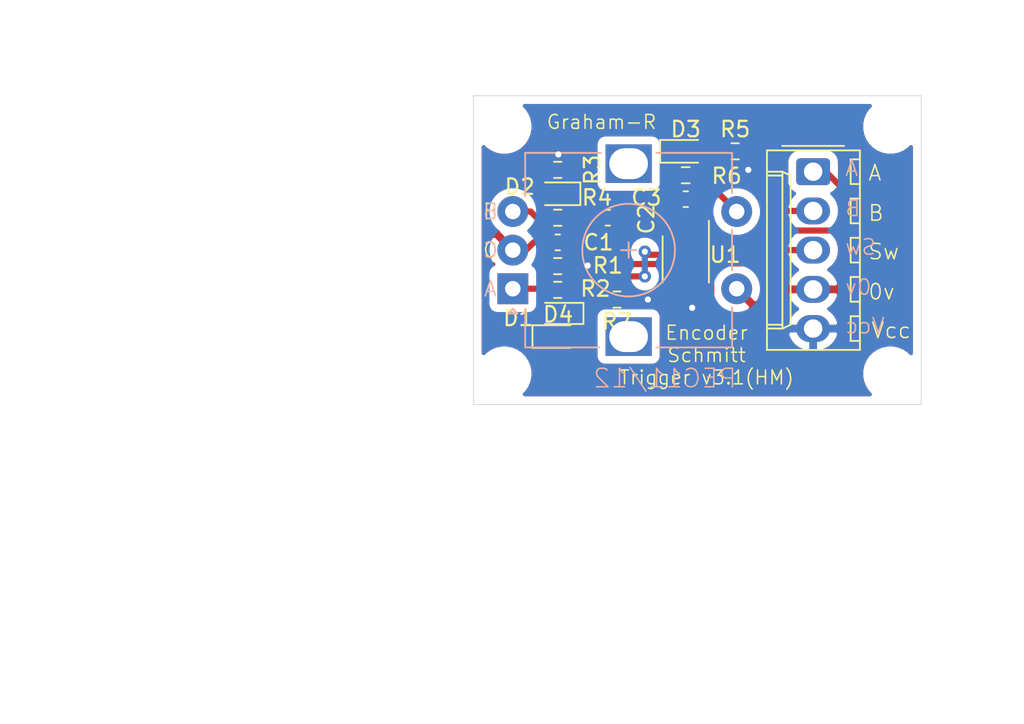
<source format=kicad_pcb>
(kicad_pcb (version 20171130) (host pcbnew 5.1.12-1.fc35)

  (general
    (thickness 1.6)
    (drawings 27)
    (tracks 108)
    (zones 0)
    (modules 21)
    (nets 13)
  )

  (page A4)
  (layers
    (0 F.Cu signal)
    (31 B.Cu signal)
    (32 B.Adhes user hide)
    (33 F.Adhes user hide)
    (34 B.Paste user hide)
    (35 F.Paste user hide)
    (36 B.SilkS user)
    (37 F.SilkS user)
    (38 B.Mask user hide)
    (39 F.Mask user hide)
    (40 Dwgs.User user)
    (41 Cmts.User user)
    (42 Eco1.User user hide)
    (43 Eco2.User user hide)
    (44 Edge.Cuts user)
    (45 Margin user)
    (46 B.CrtYd user)
    (47 F.CrtYd user)
    (48 B.Fab user hide)
    (49 F.Fab user hide)
  )

  (setup
    (last_trace_width 0.25)
    (user_trace_width 0.4)
    (user_trace_width 0.5)
    (user_trace_width 0.75)
    (user_trace_width 1)
    (trace_clearance 0.2)
    (zone_clearance 0.508)
    (zone_45_only no)
    (trace_min 0.2)
    (via_size 0.8)
    (via_drill 0.4)
    (via_min_size 0.4)
    (via_min_drill 0.3)
    (uvia_size 0.3)
    (uvia_drill 0.1)
    (uvias_allowed no)
    (uvia_min_size 0.2)
    (uvia_min_drill 0.1)
    (edge_width 0.05)
    (segment_width 0.2)
    (pcb_text_width 0.3)
    (pcb_text_size 1.5 1.5)
    (mod_edge_width 0.12)
    (mod_text_size 1 1)
    (mod_text_width 0.15)
    (pad_size 1.524 1.524)
    (pad_drill 0.762)
    (pad_to_mask_clearance 0)
    (aux_axis_origin 0 0)
    (visible_elements FFFFFF7F)
    (pcbplotparams
      (layerselection 0x010fc_ffffffff)
      (usegerberextensions false)
      (usegerberattributes true)
      (usegerberadvancedattributes true)
      (creategerberjobfile true)
      (excludeedgelayer true)
      (linewidth 0.100000)
      (plotframeref false)
      (viasonmask false)
      (mode 1)
      (useauxorigin false)
      (hpglpennumber 1)
      (hpglpenspeed 20)
      (hpglpendiameter 15.000000)
      (psnegative false)
      (psa4output false)
      (plotreference true)
      (plotvalue true)
      (plotinvisibletext false)
      (padsonsilk false)
      (subtractmaskfromsilk false)
      (outputformat 1)
      (mirror false)
      (drillshape 0)
      (scaleselection 1)
      (outputdirectory "gerberFiles/"))
  )

  (net 0 "")
  (net 1 GND)
  (net 2 VCC)
  (net 3 Trig_EncA)
  (net 4 Trig_EncB)
  (net 5 Trig_EncSw)
  (net 6 Sig_EncA)
  (net 7 Sig_EncB)
  (net 8 Sig_EncSw)
  (net 9 /EncA_Out)
  (net 10 /EncB_Out)
  (net 11 /EncSw_Out)
  (net 12 "Net-(D4-Pad2)")

  (net_class Default "This is the default net class."
    (clearance 0.2)
    (trace_width 0.25)
    (via_dia 0.8)
    (via_drill 0.4)
    (uvia_dia 0.3)
    (uvia_drill 0.1)
    (add_net /EncA_Out)
    (add_net /EncB_Out)
    (add_net /EncSw_Out)
    (add_net GND)
    (add_net "Net-(D4-Pad2)")
    (add_net Sig_EncA)
    (add_net Sig_EncB)
    (add_net Sig_EncSw)
    (add_net Trig_EncA)
    (add_net Trig_EncB)
    (add_net Trig_EncSw)
    (add_net VCC)
  )

  (module AA_GR_KICAD-footprints:MountingHole_2.5mm_M2.5_ISO7380_no_courtyard locked (layer F.Cu) (tedit 61A12671) (tstamp 61A22EDB)
    (at 193 66.2)
    (descr "Mounting Hole 3.2mm, no annular, M3, ISO7380")
    (tags "mounting hole 3.2mm no annular m3 iso7380")
    (attr virtual)
    (fp_text reference H4 (at 0 -3.85) (layer F.SilkS) hide
      (effects (font (size 1 1) (thickness 0.15)))
    )
    (fp_text value MountingHole (at 0 3.85) (layer F.Fab) hide
      (effects (font (size 1 1) (thickness 0.15)))
    )
    (fp_text user %R (at 0.3 0) (layer F.Fab)
      (effects (font (size 1 1) (thickness 0.15)))
    )
    (pad "" np_thru_hole circle (at 0 0) (size 2.5 2.5) (drill 2.5) (layers *.Cu *.Mask))
  )

  (module Resistor_SMD:R_0603_1608Metric (layer F.Cu) (tedit 5F68FEEE) (tstamp 61A235A8)
    (at 200.3 77.4 180)
    (descr "Resistor SMD 0603 (1608 Metric), square (rectangular) end terminal, IPC_7351 nominal, (Body size source: IPC-SM-782 page 72, https://www.pcb-3d.com/wordpress/wp-content/uploads/ipc-sm-782a_amendment_1_and_2.pdf), generated with kicad-footprint-generator")
    (tags resistor)
    (path /61A2DF6A)
    (attr smd)
    (fp_text reference R7 (at 0 -1.43) (layer F.SilkS)
      (effects (font (size 1 1) (thickness 0.15)))
    )
    (fp_text value 1K (at 0 1.43) (layer F.Fab)
      (effects (font (size 1 1) (thickness 0.15)))
    )
    (fp_line (start -0.8 0.4125) (end -0.8 -0.4125) (layer F.Fab) (width 0.1))
    (fp_line (start -0.8 -0.4125) (end 0.8 -0.4125) (layer F.Fab) (width 0.1))
    (fp_line (start 0.8 -0.4125) (end 0.8 0.4125) (layer F.Fab) (width 0.1))
    (fp_line (start 0.8 0.4125) (end -0.8 0.4125) (layer F.Fab) (width 0.1))
    (fp_line (start -0.237258 -0.5225) (end 0.237258 -0.5225) (layer F.SilkS) (width 0.12))
    (fp_line (start -0.237258 0.5225) (end 0.237258 0.5225) (layer F.SilkS) (width 0.12))
    (fp_line (start -1.48 0.73) (end -1.48 -0.73) (layer F.CrtYd) (width 0.05))
    (fp_line (start -1.48 -0.73) (end 1.48 -0.73) (layer F.CrtYd) (width 0.05))
    (fp_line (start 1.48 -0.73) (end 1.48 0.73) (layer F.CrtYd) (width 0.05))
    (fp_line (start 1.48 0.73) (end -1.48 0.73) (layer F.CrtYd) (width 0.05))
    (fp_text user %R (at 0 0) (layer F.Fab)
      (effects (font (size 0.4 0.4) (thickness 0.06)))
    )
    (pad 2 smd roundrect (at 0.825 0 180) (size 0.8 0.95) (layers F.Cu F.Paste F.Mask) (roundrect_rratio 0.25)
      (net 12 "Net-(D4-Pad2)"))
    (pad 1 smd roundrect (at -0.825 0 180) (size 0.8 0.95) (layers F.Cu F.Paste F.Mask) (roundrect_rratio 0.25)
      (net 2 VCC))
    (model ${KISYS3DMOD}/Resistor_SMD.3dshapes/R_0603_1608Metric.wrl
      (at (xyz 0 0 0))
      (scale (xyz 1 1 1))
      (rotate (xyz 0 0 0))
    )
  )

  (module LED_SMD:LED_0603_1608Metric_Pad1.05x0.95mm_HandSolder (layer F.Cu) (tedit 5F68FEF1) (tstamp 61A2341F)
    (at 196.481334 79.8)
    (descr "LED SMD 0603 (1608 Metric), square (rectangular) end terminal, IPC_7351 nominal, (Body size source: http://www.tortai-tech.com/upload/download/2011102023233369053.pdf), generated with kicad-footprint-generator")
    (tags "LED handsolder")
    (path /61A283AB)
    (attr smd)
    (fp_text reference D4 (at 0 -1.43) (layer F.SilkS)
      (effects (font (size 1 1) (thickness 0.15)))
    )
    (fp_text value LED (at 0 1.43) (layer F.Fab)
      (effects (font (size 1 1) (thickness 0.15)))
    )
    (fp_line (start 0.8 -0.4) (end -0.5 -0.4) (layer F.Fab) (width 0.1))
    (fp_line (start -0.5 -0.4) (end -0.8 -0.1) (layer F.Fab) (width 0.1))
    (fp_line (start -0.8 -0.1) (end -0.8 0.4) (layer F.Fab) (width 0.1))
    (fp_line (start -0.8 0.4) (end 0.8 0.4) (layer F.Fab) (width 0.1))
    (fp_line (start 0.8 0.4) (end 0.8 -0.4) (layer F.Fab) (width 0.1))
    (fp_line (start 0.8 -0.735) (end -1.66 -0.735) (layer F.SilkS) (width 0.12))
    (fp_line (start -1.66 -0.735) (end -1.66 0.735) (layer F.SilkS) (width 0.12))
    (fp_line (start -1.66 0.735) (end 0.8 0.735) (layer F.SilkS) (width 0.12))
    (fp_line (start -1.65 0.73) (end -1.65 -0.73) (layer F.CrtYd) (width 0.05))
    (fp_line (start -1.65 -0.73) (end 1.65 -0.73) (layer F.CrtYd) (width 0.05))
    (fp_line (start 1.65 -0.73) (end 1.65 0.73) (layer F.CrtYd) (width 0.05))
    (fp_line (start 1.65 0.73) (end -1.65 0.73) (layer F.CrtYd) (width 0.05))
    (fp_text user %R (at 0 0) (layer F.Fab)
      (effects (font (size 0.4 0.4) (thickness 0.06)))
    )
    (pad 2 smd roundrect (at 0.875 0) (size 1.05 0.95) (layers F.Cu F.Paste F.Mask) (roundrect_rratio 0.25)
      (net 12 "Net-(D4-Pad2)"))
    (pad 1 smd roundrect (at -0.875 0) (size 1.05 0.95) (layers F.Cu F.Paste F.Mask) (roundrect_rratio 0.25)
      (net 1 GND))
    (model ${KISYS3DMOD}/LED_SMD.3dshapes/LED_0603_1608Metric.wrl
      (at (xyz 0 0 0))
      (scale (xyz 1 1 1))
      (rotate (xyz 0 0 0))
    )
  )

  (module AA_GR_KICAD-footprints:MountingHole_2.5mm_M2.5_ISO7380_no_courtyard locked (layer F.Cu) (tedit 61A12671) (tstamp 61A22EDB)
    (at 218 66.2)
    (descr "Mounting Hole 3.2mm, no annular, M3, ISO7380")
    (tags "mounting hole 3.2mm no annular m3 iso7380")
    (attr virtual)
    (fp_text reference H4 (at 0 -3.85) (layer F.SilkS) hide
      (effects (font (size 1 1) (thickness 0.15)))
    )
    (fp_text value MountingHole (at 0 3.85) (layer F.Fab) hide
      (effects (font (size 1 1) (thickness 0.15)))
    )
    (fp_text user %R (at 0.3 0) (layer F.Fab)
      (effects (font (size 1 1) (thickness 0.15)))
    )
    (pad "" np_thru_hole circle (at 0 0) (size 2.5 2.5) (drill 2.5) (layers *.Cu *.Mask))
  )

  (module Connector_Molex:Molex_KK-254_AE-6410-05A_1x05_P2.54mm_Vertical locked (layer F.Cu) (tedit 5EA53D3B) (tstamp 61A22BDF)
    (at 213 69.12 270)
    (descr "Molex KK-254 Interconnect System, old/engineering part number: AE-6410-05A example for new part number: 22-27-2051, 5 Pins (http://www.molex.com/pdm_docs/sd/022272021_sd.pdf), generated with kicad-footprint-generator")
    (tags "connector Molex KK-254 vertical")
    (path /61B1F759)
    (fp_text reference J1 (at 5.08 -4.12 90) (layer F.SilkS) hide
      (effects (font (size 1 1) (thickness 0.15)))
    )
    (fp_text value Interface (at 5.08 4.08 90) (layer F.Fab)
      (effects (font (size 1 1) (thickness 0.15)))
    )
    (fp_line (start -1.27 -2.92) (end -1.27 2.88) (layer F.Fab) (width 0.1))
    (fp_line (start -1.27 2.88) (end 11.43 2.88) (layer F.Fab) (width 0.1))
    (fp_line (start 11.43 2.88) (end 11.43 -2.92) (layer F.Fab) (width 0.1))
    (fp_line (start 11.43 -2.92) (end -1.27 -2.92) (layer F.Fab) (width 0.1))
    (fp_line (start -1.38 -3.03) (end -1.38 2.99) (layer F.SilkS) (width 0.12))
    (fp_line (start -1.38 2.99) (end 11.54 2.99) (layer F.SilkS) (width 0.12))
    (fp_line (start 11.54 2.99) (end 11.54 -3.03) (layer F.SilkS) (width 0.12))
    (fp_line (start 11.54 -3.03) (end -1.38 -3.03) (layer F.SilkS) (width 0.12))
    (fp_line (start -1.67 -2) (end -1.67 2) (layer F.SilkS) (width 0.12))
    (fp_line (start -1.27 -0.5) (end -0.562893 0) (layer F.Fab) (width 0.1))
    (fp_line (start -0.562893 0) (end -1.27 0.5) (layer F.Fab) (width 0.1))
    (fp_line (start 0 2.99) (end 0 1.99) (layer F.SilkS) (width 0.12))
    (fp_line (start 0 1.99) (end 10.16 1.99) (layer F.SilkS) (width 0.12))
    (fp_line (start 10.16 1.99) (end 10.16 2.99) (layer F.SilkS) (width 0.12))
    (fp_line (start 0 1.99) (end 0.25 1.46) (layer F.SilkS) (width 0.12))
    (fp_line (start 0.25 1.46) (end 9.91 1.46) (layer F.SilkS) (width 0.12))
    (fp_line (start 9.91 1.46) (end 10.16 1.99) (layer F.SilkS) (width 0.12))
    (fp_line (start 0.25 2.99) (end 0.25 1.99) (layer F.SilkS) (width 0.12))
    (fp_line (start 9.91 2.99) (end 9.91 1.99) (layer F.SilkS) (width 0.12))
    (fp_line (start -0.8 -3.03) (end -0.8 -2.43) (layer F.SilkS) (width 0.12))
    (fp_line (start -0.8 -2.43) (end 0.8 -2.43) (layer F.SilkS) (width 0.12))
    (fp_line (start 0.8 -2.43) (end 0.8 -3.03) (layer F.SilkS) (width 0.12))
    (fp_line (start 1.74 -3.03) (end 1.74 -2.43) (layer F.SilkS) (width 0.12))
    (fp_line (start 1.74 -2.43) (end 3.34 -2.43) (layer F.SilkS) (width 0.12))
    (fp_line (start 3.34 -2.43) (end 3.34 -3.03) (layer F.SilkS) (width 0.12))
    (fp_line (start 4.28 -3.03) (end 4.28 -2.43) (layer F.SilkS) (width 0.12))
    (fp_line (start 4.28 -2.43) (end 5.88 -2.43) (layer F.SilkS) (width 0.12))
    (fp_line (start 5.88 -2.43) (end 5.88 -3.03) (layer F.SilkS) (width 0.12))
    (fp_line (start 6.82 -3.03) (end 6.82 -2.43) (layer F.SilkS) (width 0.12))
    (fp_line (start 6.82 -2.43) (end 8.42 -2.43) (layer F.SilkS) (width 0.12))
    (fp_line (start 8.42 -2.43) (end 8.42 -3.03) (layer F.SilkS) (width 0.12))
    (fp_line (start 9.36 -3.03) (end 9.36 -2.43) (layer F.SilkS) (width 0.12))
    (fp_line (start 9.36 -2.43) (end 10.96 -2.43) (layer F.SilkS) (width 0.12))
    (fp_line (start 10.96 -2.43) (end 10.96 -3.03) (layer F.SilkS) (width 0.12))
    (fp_line (start -1.77 -3.42) (end -1.77 3.38) (layer F.CrtYd) (width 0.05))
    (fp_line (start -1.77 3.38) (end 11.93 3.38) (layer F.CrtYd) (width 0.05))
    (fp_line (start 11.93 3.38) (end 11.93 -3.42) (layer F.CrtYd) (width 0.05))
    (fp_line (start 11.93 -3.42) (end -1.77 -3.42) (layer F.CrtYd) (width 0.05))
    (fp_text user %R (at 5.08 -2.22 90) (layer F.Fab)
      (effects (font (size 1 1) (thickness 0.15)))
    )
    (pad 5 thru_hole oval (at 10.16 0 270) (size 1.74 2.19) (drill 1.19) (layers *.Cu *.Mask)
      (net 2 VCC))
    (pad 4 thru_hole oval (at 7.62 0 270) (size 1.74 2.19) (drill 1.19) (layers *.Cu *.Mask)
      (net 1 GND))
    (pad 3 thru_hole oval (at 5.08 0 270) (size 1.74 2.19) (drill 1.19) (layers *.Cu *.Mask)
      (net 11 /EncSw_Out))
    (pad 2 thru_hole oval (at 2.54 0 270) (size 1.74 2.19) (drill 1.19) (layers *.Cu *.Mask)
      (net 10 /EncB_Out))
    (pad 1 thru_hole roundrect (at 0 0 270) (size 1.74 2.19) (drill 1.19) (layers *.Cu *.Mask) (roundrect_rratio 0.1436775862068966)
      (net 9 /EncA_Out))
    (model ${KISYS3DMOD}/Connector_Molex.3dshapes/Molex_KK-254_AE-6410-05A_1x05_P2.54mm_Vertical.wrl
      (at (xyz 0 0 0))
      (scale (xyz 1 1 1))
      (rotate (xyz 0 0 0))
    )
  )

  (module AA_GR_KICAD-footprints:MountingHole_2.5mm_M2.5_ISO7380_no_courtyard locked (layer F.Cu) (tedit 61A12671) (tstamp 61A265A3)
    (at 218 82.2)
    (descr "Mounting Hole 3.2mm, no annular, M3, ISO7380")
    (tags "mounting hole 3.2mm no annular m3 iso7380")
    (attr virtual)
    (fp_text reference H4 (at 0 -3.85) (layer F.SilkS) hide
      (effects (font (size 1 1) (thickness 0.15)))
    )
    (fp_text value MountingHole (at 0 3.85) (layer F.Fab) hide
      (effects (font (size 1 1) (thickness 0.15)))
    )
    (fp_text user %R (at 0.3 0) (layer F.Fab)
      (effects (font (size 1 1) (thickness 0.15)))
    )
    (pad "" np_thru_hole circle (at 0 0) (size 2.5 2.5) (drill 2.5) (layers *.Cu *.Mask))
  )

  (module AA_GR_KICAD-footprints:MountingHole_2.5mm_M2.5_ISO7380_no_courtyard locked (layer F.Cu) (tedit 61A12671) (tstamp 61A265A3)
    (at 193 82.2)
    (descr "Mounting Hole 3.2mm, no annular, M3, ISO7380")
    (tags "mounting hole 3.2mm no annular m3 iso7380")
    (attr virtual)
    (fp_text reference H4 (at 0 -3.85) (layer F.SilkS) hide
      (effects (font (size 1 1) (thickness 0.15)))
    )
    (fp_text value MountingHole (at 0 3.85) (layer F.Fab) hide
      (effects (font (size 1 1) (thickness 0.15)))
    )
    (fp_text user %R (at 0.3 0) (layer F.Fab)
      (effects (font (size 1 1) (thickness 0.15)))
    )
    (pad "" np_thru_hole circle (at 0 0) (size 2.5 2.5) (drill 2.5) (layers *.Cu *.Mask))
  )

  (module Package_SO:SSOP-8_2.95x2.8mm_P0.65mm (layer F.Cu) (tedit 5A02F25C) (tstamp 619EA000)
    (at 204.75 74.8 270)
    (descr "SSOP-8 2.9 x2.8mm Pitch 0.65mm")
    (tags "SSOP-8 2.95x2.8mm Pitch 0.65mm")
    (path /619EC3D6)
    (attr smd)
    (fp_text reference U1 (at -0.3 -2.55 180) (layer F.SilkS)
      (effects (font (size 1 1) (thickness 0.15)))
    )
    (fp_text value 74LVC3G14 (at 0 2.6 90) (layer F.Fab)
      (effects (font (size 1 1) (thickness 0.15)))
    )
    (fp_line (start -2.75 -1.65) (end 2.75 -1.65) (layer F.CrtYd) (width 0.05))
    (fp_line (start -2.75 1.65) (end -2.75 -1.65) (layer F.CrtYd) (width 0.05))
    (fp_line (start 2.75 1.65) (end -2.75 1.65) (layer F.CrtYd) (width 0.05))
    (fp_line (start 2.75 -1.65) (end 2.75 1.65) (layer F.CrtYd) (width 0.05))
    (fp_line (start 1.5 1.5) (end -1.5 1.5) (layer F.SilkS) (width 0.12))
    (fp_line (start 1.5 -1.5) (end -2.5 -1.5) (layer F.SilkS) (width 0.12))
    (fp_line (start -0.475 -1.4) (end -1.475 -0.7) (layer F.Fab) (width 0.1))
    (fp_line (start -0.475 -1.4) (end 1.475 -1.4) (layer F.Fab) (width 0.1))
    (fp_line (start -1.475 1.4) (end -1.475 -0.7) (layer F.Fab) (width 0.1))
    (fp_line (start 1.475 1.4) (end -1.475 1.4) (layer F.Fab) (width 0.1))
    (fp_line (start 1.475 -1.4) (end 1.475 1.4) (layer F.Fab) (width 0.1))
    (fp_text user %R (at 0 0 90) (layer F.Fab)
      (effects (font (size 0.6 0.6) (thickness 0.15)))
    )
    (pad 8 smd rect (at 1.7 -0.975 180) (size 0.3 1.6) (layers F.Cu F.Paste F.Mask)
      (net 2 VCC))
    (pad 7 smd rect (at 1.7 -0.325 180) (size 0.3 1.6) (layers F.Cu F.Paste F.Mask)
      (net 9 /EncA_Out))
    (pad 6 smd rect (at 1.7 0.325 180) (size 0.3 1.6) (layers F.Cu F.Paste F.Mask)
      (net 4 Trig_EncB))
    (pad 5 smd rect (at 1.7 0.975 180) (size 0.3 1.6) (layers F.Cu F.Paste F.Mask)
      (net 11 /EncSw_Out))
    (pad 4 smd rect (at -1.7 0.975 180) (size 0.3 1.6) (layers F.Cu F.Paste F.Mask)
      (net 1 GND))
    (pad 3 smd rect (at -1.7 0.325 180) (size 0.3 1.6) (layers F.Cu F.Paste F.Mask)
      (net 5 Trig_EncSw))
    (pad 2 smd rect (at -1.7 -0.325 180) (size 0.3 1.6) (layers F.Cu F.Paste F.Mask)
      (net 10 /EncB_Out))
    (pad 1 smd rect (at -1.7 -0.975 180) (size 0.3 1.6) (layers F.Cu F.Paste F.Mask)
      (net 3 Trig_EncA))
    (model ${KISYS3DMOD}/Package_SO.3dshapes/SSOP-8_2.95x2.8mm_P0.65mm.wrl
      (at (xyz 0 0 0))
      (scale (xyz 1 1 1))
      (rotate (xyz 0 0 0))
    )
  )

  (module Resistor_SMD:R_0603_1608Metric_Pad0.98x0.95mm_HandSolder (layer F.Cu) (tedit 5F68FEEE) (tstamp 619EB4A2)
    (at 204.75 69.35)
    (descr "Resistor SMD 0603 (1608 Metric), square (rectangular) end terminal, IPC_7351 nominal with elongated pad for handsoldering. (Body size source: IPC-SM-782 page 72, https://www.pcb-3d.com/wordpress/wp-content/uploads/ipc-sm-782a_amendment_1_and_2.pdf), generated with kicad-footprint-generator")
    (tags "resistor handsolder")
    (path /61A01A41)
    (attr smd)
    (fp_text reference R6 (at 2.65 0.05) (layer F.SilkS)
      (effects (font (size 1 1) (thickness 0.15)))
    )
    (fp_text value 18K2 (at 0 1.43) (layer F.Fab)
      (effects (font (size 1 1) (thickness 0.15)))
    )
    (fp_line (start 1.65 0.73) (end -1.65 0.73) (layer F.CrtYd) (width 0.05))
    (fp_line (start 1.65 -0.73) (end 1.65 0.73) (layer F.CrtYd) (width 0.05))
    (fp_line (start -1.65 -0.73) (end 1.65 -0.73) (layer F.CrtYd) (width 0.05))
    (fp_line (start -1.65 0.73) (end -1.65 -0.73) (layer F.CrtYd) (width 0.05))
    (fp_line (start -0.254724 0.5225) (end 0.254724 0.5225) (layer F.SilkS) (width 0.12))
    (fp_line (start -0.254724 -0.5225) (end 0.254724 -0.5225) (layer F.SilkS) (width 0.12))
    (fp_line (start 0.8 0.4125) (end -0.8 0.4125) (layer F.Fab) (width 0.1))
    (fp_line (start 0.8 -0.4125) (end 0.8 0.4125) (layer F.Fab) (width 0.1))
    (fp_line (start -0.8 -0.4125) (end 0.8 -0.4125) (layer F.Fab) (width 0.1))
    (fp_line (start -0.8 0.4125) (end -0.8 -0.4125) (layer F.Fab) (width 0.1))
    (fp_text user %R (at 0 0) (layer F.Fab)
      (effects (font (size 0.4 0.4) (thickness 0.06)))
    )
    (pad 2 smd roundrect (at 0.9125 0) (size 0.975 0.95) (layers F.Cu F.Paste F.Mask) (roundrect_rratio 0.25)
      (net 8 Sig_EncSw))
    (pad 1 smd roundrect (at -0.9125 0) (size 0.975 0.95) (layers F.Cu F.Paste F.Mask) (roundrect_rratio 0.25)
      (net 5 Trig_EncSw))
    (model ${KISYS3DMOD}/Resistor_SMD.3dshapes/R_0603_1608Metric.wrl
      (at (xyz 0 0 0))
      (scale (xyz 1 1 1))
      (rotate (xyz 0 0 0))
    )
  )

  (module Resistor_SMD:R_0603_1608Metric (layer F.Cu) (tedit 5F68FEEE) (tstamp 619EB493)
    (at 207.95 67.8)
    (descr "Resistor SMD 0603 (1608 Metric), square (rectangular) end terminal, IPC_7351 nominal, (Body size source: IPC-SM-782 page 72, https://www.pcb-3d.com/wordpress/wp-content/uploads/ipc-sm-782a_amendment_1_and_2.pdf), generated with kicad-footprint-generator")
    (tags resistor)
    (path /61A01A35)
    (attr smd)
    (fp_text reference R5 (at 0 -1.43) (layer F.SilkS)
      (effects (font (size 1 1) (thickness 0.15)))
    )
    (fp_text value 82K (at 0 1.43) (layer F.Fab)
      (effects (font (size 1 1) (thickness 0.15)))
    )
    (fp_line (start 1.48 0.73) (end -1.48 0.73) (layer F.CrtYd) (width 0.05))
    (fp_line (start 1.48 -0.73) (end 1.48 0.73) (layer F.CrtYd) (width 0.05))
    (fp_line (start -1.48 -0.73) (end 1.48 -0.73) (layer F.CrtYd) (width 0.05))
    (fp_line (start -1.48 0.73) (end -1.48 -0.73) (layer F.CrtYd) (width 0.05))
    (fp_line (start -0.237258 0.5225) (end 0.237258 0.5225) (layer F.SilkS) (width 0.12))
    (fp_line (start -0.237258 -0.5225) (end 0.237258 -0.5225) (layer F.SilkS) (width 0.12))
    (fp_line (start 0.8 0.4125) (end -0.8 0.4125) (layer F.Fab) (width 0.1))
    (fp_line (start 0.8 -0.4125) (end 0.8 0.4125) (layer F.Fab) (width 0.1))
    (fp_line (start -0.8 -0.4125) (end 0.8 -0.4125) (layer F.Fab) (width 0.1))
    (fp_line (start -0.8 0.4125) (end -0.8 -0.4125) (layer F.Fab) (width 0.1))
    (fp_text user %R (at 0 0) (layer F.Fab)
      (effects (font (size 0.4 0.4) (thickness 0.06)))
    )
    (pad 2 smd roundrect (at 0.825 0) (size 0.8 0.95) (layers F.Cu F.Paste F.Mask) (roundrect_rratio 0.25)
      (net 2 VCC))
    (pad 1 smd roundrect (at -0.825 0) (size 0.8 0.95) (layers F.Cu F.Paste F.Mask) (roundrect_rratio 0.25)
      (net 8 Sig_EncSw))
    (model ${KISYS3DMOD}/Resistor_SMD.3dshapes/R_0603_1608Metric.wrl
      (at (xyz 0 0 0))
      (scale (xyz 1 1 1))
      (rotate (xyz 0 0 0))
    )
  )

  (module Resistor_SMD:R_0603_1608Metric (layer F.Cu) (tedit 5F68FEEE) (tstamp 61A10711)
    (at 196.458834 72.1 180)
    (descr "Resistor SMD 0603 (1608 Metric), square (rectangular) end terminal, IPC_7351 nominal, (Body size source: IPC-SM-782 page 72, https://www.pcb-3d.com/wordpress/wp-content/uploads/ipc-sm-782a_amendment_1_and_2.pdf), generated with kicad-footprint-generator")
    (tags resistor)
    (path /619FE153)
    (attr smd)
    (fp_text reference R4 (at -2.541166 1.3) (layer F.SilkS)
      (effects (font (size 1 1) (thickness 0.15)))
    )
    (fp_text value 18K2 (at 0 1.43) (layer F.Fab)
      (effects (font (size 1 1) (thickness 0.15)))
    )
    (fp_line (start 1.48 0.73) (end -1.48 0.73) (layer F.CrtYd) (width 0.05))
    (fp_line (start 1.48 -0.73) (end 1.48 0.73) (layer F.CrtYd) (width 0.05))
    (fp_line (start -1.48 -0.73) (end 1.48 -0.73) (layer F.CrtYd) (width 0.05))
    (fp_line (start -1.48 0.73) (end -1.48 -0.73) (layer F.CrtYd) (width 0.05))
    (fp_line (start -0.237258 0.5225) (end 0.237258 0.5225) (layer F.SilkS) (width 0.12))
    (fp_line (start -0.237258 -0.5225) (end 0.237258 -0.5225) (layer F.SilkS) (width 0.12))
    (fp_line (start 0.8 0.4125) (end -0.8 0.4125) (layer F.Fab) (width 0.1))
    (fp_line (start 0.8 -0.4125) (end 0.8 0.4125) (layer F.Fab) (width 0.1))
    (fp_line (start -0.8 -0.4125) (end 0.8 -0.4125) (layer F.Fab) (width 0.1))
    (fp_line (start -0.8 0.4125) (end -0.8 -0.4125) (layer F.Fab) (width 0.1))
    (fp_text user %R (at 0 0) (layer F.Fab)
      (effects (font (size 0.4 0.4) (thickness 0.06)))
    )
    (pad 2 smd roundrect (at 0.825 0 180) (size 0.8 0.95) (layers F.Cu F.Paste F.Mask) (roundrect_rratio 0.25)
      (net 7 Sig_EncB))
    (pad 1 smd roundrect (at -0.825 0 180) (size 0.8 0.95) (layers F.Cu F.Paste F.Mask) (roundrect_rratio 0.25)
      (net 4 Trig_EncB))
    (model ${KISYS3DMOD}/Resistor_SMD.3dshapes/R_0603_1608Metric.wrl
      (at (xyz 0 0 0))
      (scale (xyz 1 1 1))
      (rotate (xyz 0 0 0))
    )
  )

  (module Resistor_SMD:R_0603_1608Metric (layer F.Cu) (tedit 5F68FEEE) (tstamp 61A10741)
    (at 196.458834 69)
    (descr "Resistor SMD 0603 (1608 Metric), square (rectangular) end terminal, IPC_7351 nominal, (Body size source: IPC-SM-782 page 72, https://www.pcb-3d.com/wordpress/wp-content/uploads/ipc-sm-782a_amendment_1_and_2.pdf), generated with kicad-footprint-generator")
    (tags resistor)
    (path /619FE147)
    (attr smd)
    (fp_text reference R3 (at 2.241166 0 90) (layer F.SilkS)
      (effects (font (size 1 1) (thickness 0.15)))
    )
    (fp_text value 82K (at 0 1.43) (layer F.Fab)
      (effects (font (size 1 1) (thickness 0.15)))
    )
    (fp_line (start 1.48 0.73) (end -1.48 0.73) (layer F.CrtYd) (width 0.05))
    (fp_line (start 1.48 -0.73) (end 1.48 0.73) (layer F.CrtYd) (width 0.05))
    (fp_line (start -1.48 -0.73) (end 1.48 -0.73) (layer F.CrtYd) (width 0.05))
    (fp_line (start -1.48 0.73) (end -1.48 -0.73) (layer F.CrtYd) (width 0.05))
    (fp_line (start -0.237258 0.5225) (end 0.237258 0.5225) (layer F.SilkS) (width 0.12))
    (fp_line (start -0.237258 -0.5225) (end 0.237258 -0.5225) (layer F.SilkS) (width 0.12))
    (fp_line (start 0.8 0.4125) (end -0.8 0.4125) (layer F.Fab) (width 0.1))
    (fp_line (start 0.8 -0.4125) (end 0.8 0.4125) (layer F.Fab) (width 0.1))
    (fp_line (start -0.8 -0.4125) (end 0.8 -0.4125) (layer F.Fab) (width 0.1))
    (fp_line (start -0.8 0.4125) (end -0.8 -0.4125) (layer F.Fab) (width 0.1))
    (fp_text user %R (at 0 0) (layer F.Fab)
      (effects (font (size 0.4 0.4) (thickness 0.06)))
    )
    (pad 2 smd roundrect (at 0.825 0) (size 0.8 0.95) (layers F.Cu F.Paste F.Mask) (roundrect_rratio 0.25)
      (net 2 VCC))
    (pad 1 smd roundrect (at -0.825 0) (size 0.8 0.95) (layers F.Cu F.Paste F.Mask) (roundrect_rratio 0.25)
      (net 7 Sig_EncB))
    (model ${KISYS3DMOD}/Resistor_SMD.3dshapes/R_0603_1608Metric.wrl
      (at (xyz 0 0 0))
      (scale (xyz 1 1 1))
      (rotate (xyz 0 0 0))
    )
  )

  (module Resistor_SMD:R_0603_1608Metric (layer F.Cu) (tedit 5F68FEEE) (tstamp 619E9FA2)
    (at 196.458834 76.773334 180)
    (descr "Resistor SMD 0603 (1608 Metric), square (rectangular) end terminal, IPC_7351 nominal, (Body size source: IPC-SM-782 page 72, https://www.pcb-3d.com/wordpress/wp-content/uploads/ipc-sm-782a_amendment_1_and_2.pdf), generated with kicad-footprint-generator")
    (tags resistor)
    (path /619D627B)
    (attr smd)
    (fp_text reference R2 (at -2.441166 0.073334) (layer F.SilkS)
      (effects (font (size 1 1) (thickness 0.15)))
    )
    (fp_text value 18K2 (at 0 1.43) (layer F.Fab)
      (effects (font (size 1 1) (thickness 0.15)))
    )
    (fp_line (start -0.8 0.4125) (end -0.8 -0.4125) (layer F.Fab) (width 0.1))
    (fp_line (start -0.8 -0.4125) (end 0.8 -0.4125) (layer F.Fab) (width 0.1))
    (fp_line (start 0.8 -0.4125) (end 0.8 0.4125) (layer F.Fab) (width 0.1))
    (fp_line (start 0.8 0.4125) (end -0.8 0.4125) (layer F.Fab) (width 0.1))
    (fp_line (start -0.237258 -0.5225) (end 0.237258 -0.5225) (layer F.SilkS) (width 0.12))
    (fp_line (start -0.237258 0.5225) (end 0.237258 0.5225) (layer F.SilkS) (width 0.12))
    (fp_line (start -1.48 0.73) (end -1.48 -0.73) (layer F.CrtYd) (width 0.05))
    (fp_line (start -1.48 -0.73) (end 1.48 -0.73) (layer F.CrtYd) (width 0.05))
    (fp_line (start 1.48 -0.73) (end 1.48 0.73) (layer F.CrtYd) (width 0.05))
    (fp_line (start 1.48 0.73) (end -1.48 0.73) (layer F.CrtYd) (width 0.05))
    (fp_text user %R (at 0 0) (layer F.Fab)
      (effects (font (size 0.4 0.4) (thickness 0.06)))
    )
    (pad 1 smd roundrect (at -0.825 0 180) (size 0.8 0.95) (layers F.Cu F.Paste F.Mask) (roundrect_rratio 0.25)
      (net 3 Trig_EncA))
    (pad 2 smd roundrect (at 0.825 0 180) (size 0.8 0.95) (layers F.Cu F.Paste F.Mask) (roundrect_rratio 0.25)
      (net 6 Sig_EncA))
    (model ${KISYS3DMOD}/Resistor_SMD.3dshapes/R_0603_1608Metric.wrl
      (at (xyz 0 0 0))
      (scale (xyz 1 1 1))
      (rotate (xyz 0 0 0))
    )
  )

  (module Resistor_SMD:R_0603_1608Metric (layer F.Cu) (tedit 5F68FEEE) (tstamp 61A166A2)
    (at 196.458834 75.236668)
    (descr "Resistor SMD 0603 (1608 Metric), square (rectangular) end terminal, IPC_7351 nominal, (Body size source: IPC-SM-782 page 72, https://www.pcb-3d.com/wordpress/wp-content/uploads/ipc-sm-782a_amendment_1_and_2.pdf), generated with kicad-footprint-generator")
    (tags resistor)
    (path /619D386E)
    (attr smd)
    (fp_text reference R1 (at 3.241166 -0.036668) (layer F.SilkS)
      (effects (font (size 1 1) (thickness 0.15)))
    )
    (fp_text value 82K (at 0 1.43) (layer F.Fab)
      (effects (font (size 1 1) (thickness 0.15)))
    )
    (fp_line (start -0.8 0.4125) (end -0.8 -0.4125) (layer F.Fab) (width 0.1))
    (fp_line (start -0.8 -0.4125) (end 0.8 -0.4125) (layer F.Fab) (width 0.1))
    (fp_line (start 0.8 -0.4125) (end 0.8 0.4125) (layer F.Fab) (width 0.1))
    (fp_line (start 0.8 0.4125) (end -0.8 0.4125) (layer F.Fab) (width 0.1))
    (fp_line (start -0.237258 -0.5225) (end 0.237258 -0.5225) (layer F.SilkS) (width 0.12))
    (fp_line (start -0.237258 0.5225) (end 0.237258 0.5225) (layer F.SilkS) (width 0.12))
    (fp_line (start -1.48 0.73) (end -1.48 -0.73) (layer F.CrtYd) (width 0.05))
    (fp_line (start -1.48 -0.73) (end 1.48 -0.73) (layer F.CrtYd) (width 0.05))
    (fp_line (start 1.48 -0.73) (end 1.48 0.73) (layer F.CrtYd) (width 0.05))
    (fp_line (start 1.48 0.73) (end -1.48 0.73) (layer F.CrtYd) (width 0.05))
    (fp_text user %R (at 0 0) (layer F.Fab)
      (effects (font (size 0.4 0.4) (thickness 0.06)))
    )
    (pad 1 smd roundrect (at -0.825 0) (size 0.8 0.95) (layers F.Cu F.Paste F.Mask) (roundrect_rratio 0.25)
      (net 6 Sig_EncA))
    (pad 2 smd roundrect (at 0.825 0) (size 0.8 0.95) (layers F.Cu F.Paste F.Mask) (roundrect_rratio 0.25)
      (net 2 VCC))
    (model ${KISYS3DMOD}/Resistor_SMD.3dshapes/R_0603_1608Metric.wrl
      (at (xyz 0 0 0))
      (scale (xyz 1 1 1))
      (rotate (xyz 0 0 0))
    )
  )

  (module Diode_SMD:D_0603_1608Metric_Pad1.05x0.95mm_HandSolder (layer F.Cu) (tedit 5F68FEF0) (tstamp 619EB360)
    (at 204.75 67.8)
    (descr "Diode SMD 0603 (1608 Metric), square (rectangular) end terminal, IPC_7351 nominal, (Body size source: http://www.tortai-tech.com/upload/download/2011102023233369053.pdf), generated with kicad-footprint-generator")
    (tags "diode handsolder")
    (path /61A01A49)
    (attr smd)
    (fp_text reference D3 (at 0 -1.43) (layer F.SilkS)
      (effects (font (size 1 1) (thickness 0.15)))
    )
    (fp_text value 1N4148 (at 0 1.43) (layer F.Fab)
      (effects (font (size 1 1) (thickness 0.15)))
    )
    (fp_line (start 1.65 0.73) (end -1.65 0.73) (layer F.CrtYd) (width 0.05))
    (fp_line (start 1.65 -0.73) (end 1.65 0.73) (layer F.CrtYd) (width 0.05))
    (fp_line (start -1.65 -0.73) (end 1.65 -0.73) (layer F.CrtYd) (width 0.05))
    (fp_line (start -1.65 0.73) (end -1.65 -0.73) (layer F.CrtYd) (width 0.05))
    (fp_line (start -1.66 0.735) (end 0.8 0.735) (layer F.SilkS) (width 0.12))
    (fp_line (start -1.66 -0.735) (end -1.66 0.735) (layer F.SilkS) (width 0.12))
    (fp_line (start 0.8 -0.735) (end -1.66 -0.735) (layer F.SilkS) (width 0.12))
    (fp_line (start 0.8 0.4) (end 0.8 -0.4) (layer F.Fab) (width 0.1))
    (fp_line (start -0.8 0.4) (end 0.8 0.4) (layer F.Fab) (width 0.1))
    (fp_line (start -0.8 -0.1) (end -0.8 0.4) (layer F.Fab) (width 0.1))
    (fp_line (start -0.5 -0.4) (end -0.8 -0.1) (layer F.Fab) (width 0.1))
    (fp_line (start 0.8 -0.4) (end -0.5 -0.4) (layer F.Fab) (width 0.1))
    (fp_text user %R (at 0 0) (layer F.Fab)
      (effects (font (size 0.4 0.4) (thickness 0.06)))
    )
    (pad 2 smd roundrect (at 0.875 0) (size 1.05 0.95) (layers F.Cu F.Paste F.Mask) (roundrect_rratio 0.25)
      (net 8 Sig_EncSw))
    (pad 1 smd roundrect (at -0.875 0) (size 1.05 0.95) (layers F.Cu F.Paste F.Mask) (roundrect_rratio 0.25)
      (net 5 Trig_EncSw))
    (model ${KISYS3DMOD}/Diode_SMD.3dshapes/D_0603_1608Metric.wrl
      (at (xyz 0 0 0))
      (scale (xyz 1 1 1))
      (rotate (xyz 0 0 0))
    )
  )

  (module Diode_SMD:D_0603_1608Metric (layer F.Cu) (tedit 5F68FEF0) (tstamp 61A164C0)
    (at 196.438834 70.55 180)
    (descr "Diode SMD 0603 (1608 Metric), square (rectangular) end terminal, IPC_7351 nominal, (Body size source: http://www.tortai-tech.com/upload/download/2011102023233369053.pdf), generated with kicad-footprint-generator")
    (tags diode)
    (path /619FE15B)
    (attr smd)
    (fp_text reference D2 (at 2.438834 0.45) (layer F.SilkS)
      (effects (font (size 1 1) (thickness 0.15)))
    )
    (fp_text value 1N4148 (at 0 1.43) (layer F.Fab)
      (effects (font (size 1 1) (thickness 0.15)))
    )
    (fp_line (start 1.48 0.73) (end -1.48 0.73) (layer F.CrtYd) (width 0.05))
    (fp_line (start 1.48 -0.73) (end 1.48 0.73) (layer F.CrtYd) (width 0.05))
    (fp_line (start -1.48 -0.73) (end 1.48 -0.73) (layer F.CrtYd) (width 0.05))
    (fp_line (start -1.48 0.73) (end -1.48 -0.73) (layer F.CrtYd) (width 0.05))
    (fp_line (start -1.485 0.735) (end 0.8 0.735) (layer F.SilkS) (width 0.12))
    (fp_line (start -1.485 -0.735) (end -1.485 0.735) (layer F.SilkS) (width 0.12))
    (fp_line (start 0.8 -0.735) (end -1.485 -0.735) (layer F.SilkS) (width 0.12))
    (fp_line (start 0.8 0.4) (end 0.8 -0.4) (layer F.Fab) (width 0.1))
    (fp_line (start -0.8 0.4) (end 0.8 0.4) (layer F.Fab) (width 0.1))
    (fp_line (start -0.8 -0.1) (end -0.8 0.4) (layer F.Fab) (width 0.1))
    (fp_line (start -0.5 -0.4) (end -0.8 -0.1) (layer F.Fab) (width 0.1))
    (fp_line (start 0.8 -0.4) (end -0.5 -0.4) (layer F.Fab) (width 0.1))
    (fp_text user %R (at 0 0) (layer F.Fab)
      (effects (font (size 0.4 0.4) (thickness 0.06)))
    )
    (pad 2 smd roundrect (at 0.7875 0 180) (size 0.875 0.95) (layers F.Cu F.Paste F.Mask) (roundrect_rratio 0.25)
      (net 7 Sig_EncB))
    (pad 1 smd roundrect (at -0.7875 0 180) (size 0.875 0.95) (layers F.Cu F.Paste F.Mask) (roundrect_rratio 0.25)
      (net 4 Trig_EncB))
    (model ${KISYS3DMOD}/Diode_SMD.3dshapes/D_0603_1608Metric.wrl
      (at (xyz 0 0 0))
      (scale (xyz 1 1 1))
      (rotate (xyz 0 0 0))
    )
  )

  (module Diode_SMD:D_0603_1608Metric_Castellated (layer F.Cu) (tedit 5F68FEF1) (tstamp 619E9F91)
    (at 196.438834 78.3 180)
    (descr "Diode SMD 0603 (1608 Metric), castellated end terminal, IPC_7351 nominal, (Body size source: http://www.tortai-tech.com/upload/download/2011102023233369053.pdf), generated with kicad-footprint-generator")
    (tags "diode castellated")
    (path /619D2140)
    (attr smd)
    (fp_text reference D1 (at 2.538834 -0.3) (layer F.SilkS)
      (effects (font (size 1 1) (thickness 0.15)))
    )
    (fp_text value 1N4148 (at 0 1.38) (layer F.Fab)
      (effects (font (size 1 1) (thickness 0.15)))
    )
    (fp_line (start 0.8 -0.4) (end -0.5 -0.4) (layer F.Fab) (width 0.1))
    (fp_line (start -0.5 -0.4) (end -0.8 -0.1) (layer F.Fab) (width 0.1))
    (fp_line (start -0.8 -0.1) (end -0.8 0.4) (layer F.Fab) (width 0.1))
    (fp_line (start -0.8 0.4) (end 0.8 0.4) (layer F.Fab) (width 0.1))
    (fp_line (start 0.8 0.4) (end 0.8 -0.4) (layer F.Fab) (width 0.1))
    (fp_line (start 0.8 -0.685) (end -1.685 -0.685) (layer F.SilkS) (width 0.12))
    (fp_line (start -1.685 -0.685) (end -1.685 0.685) (layer F.SilkS) (width 0.12))
    (fp_line (start -1.685 0.685) (end 0.8 0.685) (layer F.SilkS) (width 0.12))
    (fp_line (start -1.68 0.68) (end -1.68 -0.68) (layer F.CrtYd) (width 0.05))
    (fp_line (start -1.68 -0.68) (end 1.68 -0.68) (layer F.CrtYd) (width 0.05))
    (fp_line (start 1.68 -0.68) (end 1.68 0.68) (layer F.CrtYd) (width 0.05))
    (fp_line (start 1.68 0.68) (end -1.68 0.68) (layer F.CrtYd) (width 0.05))
    (fp_text user %R (at 0 0) (layer F.Fab)
      (effects (font (size 0.4 0.4) (thickness 0.06)))
    )
    (pad 1 smd roundrect (at -0.8125 0 180) (size 1.225 0.85) (layers F.Cu F.Paste F.Mask) (roundrect_rratio 0.25)
      (net 3 Trig_EncA))
    (pad 2 smd roundrect (at 0.8125 0 180) (size 1.225 0.85) (layers F.Cu F.Paste F.Mask) (roundrect_rratio 0.25)
      (net 6 Sig_EncA))
    (model ${KISYS3DMOD}/Diode_SMD.3dshapes/D_0603_1608Metric_Castellated.wrl
      (at (xyz 0 0 0))
      (scale (xyz 1 1 1))
      (rotate (xyz 0 0 0))
    )
  )

  (module Capacitor_SMD:C_0603_1608Metric_Pad1.08x0.95mm_HandSolder (layer F.Cu) (tedit 5F68FEEF) (tstamp 619EB2C0)
    (at 204.75 70.9)
    (descr "Capacitor SMD 0603 (1608 Metric), square (rectangular) end terminal, IPC_7351 nominal with elongated pad for handsoldering. (Body size source: IPC-SM-782 page 76, https://www.pcb-3d.com/wordpress/wp-content/uploads/ipc-sm-782a_amendment_1_and_2.pdf), generated with kicad-footprint-generator")
    (tags "capacitor handsolder")
    (path /61A01A4F)
    (attr smd)
    (fp_text reference C3 (at -2.55 -0.1) (layer F.SilkS)
      (effects (font (size 1 1) (thickness 0.15)))
    )
    (fp_text value 100nF (at 0 1.43) (layer F.Fab)
      (effects (font (size 1 1) (thickness 0.15)))
    )
    (fp_line (start 1.65 0.73) (end -1.65 0.73) (layer F.CrtYd) (width 0.05))
    (fp_line (start 1.65 -0.73) (end 1.65 0.73) (layer F.CrtYd) (width 0.05))
    (fp_line (start -1.65 -0.73) (end 1.65 -0.73) (layer F.CrtYd) (width 0.05))
    (fp_line (start -1.65 0.73) (end -1.65 -0.73) (layer F.CrtYd) (width 0.05))
    (fp_line (start -0.146267 0.51) (end 0.146267 0.51) (layer F.SilkS) (width 0.12))
    (fp_line (start -0.146267 -0.51) (end 0.146267 -0.51) (layer F.SilkS) (width 0.12))
    (fp_line (start 0.8 0.4) (end -0.8 0.4) (layer F.Fab) (width 0.1))
    (fp_line (start 0.8 -0.4) (end 0.8 0.4) (layer F.Fab) (width 0.1))
    (fp_line (start -0.8 -0.4) (end 0.8 -0.4) (layer F.Fab) (width 0.1))
    (fp_line (start -0.8 0.4) (end -0.8 -0.4) (layer F.Fab) (width 0.1))
    (fp_text user %R (at 0 0) (layer F.Fab)
      (effects (font (size 0.4 0.4) (thickness 0.06)))
    )
    (pad 2 smd roundrect (at 0.8625 0) (size 1.075 0.95) (layers F.Cu F.Paste F.Mask) (roundrect_rratio 0.25)
      (net 5 Trig_EncSw))
    (pad 1 smd roundrect (at -0.8625 0) (size 1.075 0.95) (layers F.Cu F.Paste F.Mask) (roundrect_rratio 0.25)
      (net 1 GND))
    (model ${KISYS3DMOD}/Capacitor_SMD.3dshapes/C_0603_1608Metric.wrl
      (at (xyz 0 0 0))
      (scale (xyz 1 1 1))
      (rotate (xyz 0 0 0))
    )
  )

  (module Capacitor_SMD:C_0603_1608Metric_Pad1.08x0.95mm_HandSolder (layer F.Cu) (tedit 5F68FEEF) (tstamp 61A106AB)
    (at 199.7 72.1 180)
    (descr "Capacitor SMD 0603 (1608 Metric), square (rectangular) end terminal, IPC_7351 nominal with elongated pad for handsoldering. (Body size source: IPC-SM-782 page 76, https://www.pcb-3d.com/wordpress/wp-content/uploads/ipc-sm-782a_amendment_1_and_2.pdf), generated with kicad-footprint-generator")
    (tags "capacitor handsolder")
    (path /619FE161)
    (attr smd)
    (fp_text reference C2 (at -2.5 -0.1 90) (layer F.SilkS)
      (effects (font (size 1 1) (thickness 0.15)))
    )
    (fp_text value 100nF (at 0 1.43) (layer F.Fab)
      (effects (font (size 1 1) (thickness 0.15)))
    )
    (fp_line (start 1.65 0.73) (end -1.65 0.73) (layer F.CrtYd) (width 0.05))
    (fp_line (start 1.65 -0.73) (end 1.65 0.73) (layer F.CrtYd) (width 0.05))
    (fp_line (start -1.65 -0.73) (end 1.65 -0.73) (layer F.CrtYd) (width 0.05))
    (fp_line (start -1.65 0.73) (end -1.65 -0.73) (layer F.CrtYd) (width 0.05))
    (fp_line (start -0.146267 0.51) (end 0.146267 0.51) (layer F.SilkS) (width 0.12))
    (fp_line (start -0.146267 -0.51) (end 0.146267 -0.51) (layer F.SilkS) (width 0.12))
    (fp_line (start 0.8 0.4) (end -0.8 0.4) (layer F.Fab) (width 0.1))
    (fp_line (start 0.8 -0.4) (end 0.8 0.4) (layer F.Fab) (width 0.1))
    (fp_line (start -0.8 -0.4) (end 0.8 -0.4) (layer F.Fab) (width 0.1))
    (fp_line (start -0.8 0.4) (end -0.8 -0.4) (layer F.Fab) (width 0.1))
    (fp_text user %R (at 0 0) (layer F.Fab)
      (effects (font (size 0.4 0.4) (thickness 0.06)))
    )
    (pad 2 smd roundrect (at 0.8625 0 180) (size 1.075 0.95) (layers F.Cu F.Paste F.Mask) (roundrect_rratio 0.25)
      (net 4 Trig_EncB))
    (pad 1 smd roundrect (at -0.8625 0 180) (size 1.075 0.95) (layers F.Cu F.Paste F.Mask) (roundrect_rratio 0.25)
      (net 1 GND))
    (model ${KISYS3DMOD}/Capacitor_SMD.3dshapes/C_0603_1608Metric.wrl
      (at (xyz 0 0 0))
      (scale (xyz 1 1 1))
      (rotate (xyz 0 0 0))
    )
  )

  (module Capacitor_SMD:C_0603_1608Metric_Pad1.08x0.95mm_HandSolder (layer F.Cu) (tedit 5F68FEEF) (tstamp 619EDB0D)
    (at 196.458834 73.7)
    (descr "Capacitor SMD 0603 (1608 Metric), square (rectangular) end terminal, IPC_7351 nominal with elongated pad for handsoldering. (Body size source: IPC-SM-782 page 76, https://www.pcb-3d.com/wordpress/wp-content/uploads/ipc-sm-782a_amendment_1_and_2.pdf), generated with kicad-footprint-generator")
    (tags "capacitor handsolder")
    (path /619D2E8F)
    (attr smd)
    (fp_text reference C1 (at 2.641166 0) (layer F.SilkS)
      (effects (font (size 1 1) (thickness 0.15)))
    )
    (fp_text value 100nF (at 0 1.43) (layer F.Fab)
      (effects (font (size 1 1) (thickness 0.15)))
    )
    (fp_line (start -0.8 0.4) (end -0.8 -0.4) (layer F.Fab) (width 0.1))
    (fp_line (start -0.8 -0.4) (end 0.8 -0.4) (layer F.Fab) (width 0.1))
    (fp_line (start 0.8 -0.4) (end 0.8 0.4) (layer F.Fab) (width 0.1))
    (fp_line (start 0.8 0.4) (end -0.8 0.4) (layer F.Fab) (width 0.1))
    (fp_line (start -0.146267 -0.51) (end 0.146267 -0.51) (layer F.SilkS) (width 0.12))
    (fp_line (start -0.146267 0.51) (end 0.146267 0.51) (layer F.SilkS) (width 0.12))
    (fp_line (start -1.65 0.73) (end -1.65 -0.73) (layer F.CrtYd) (width 0.05))
    (fp_line (start -1.65 -0.73) (end 1.65 -0.73) (layer F.CrtYd) (width 0.05))
    (fp_line (start 1.65 -0.73) (end 1.65 0.73) (layer F.CrtYd) (width 0.05))
    (fp_line (start 1.65 0.73) (end -1.65 0.73) (layer F.CrtYd) (width 0.05))
    (fp_text user %R (at 0 0) (layer F.Fab)
      (effects (font (size 0.4 0.4) (thickness 0.06)))
    )
    (pad 1 smd roundrect (at -0.8625 0) (size 1.075 0.95) (layers F.Cu F.Paste F.Mask) (roundrect_rratio 0.25)
      (net 1 GND))
    (pad 2 smd roundrect (at 0.8625 0) (size 1.075 0.95) (layers F.Cu F.Paste F.Mask) (roundrect_rratio 0.25)
      (net 3 Trig_EncA))
    (model ${KISYS3DMOD}/Capacitor_SMD.3dshapes/C_0603_1608Metric.wrl
      (at (xyz 0 0 0))
      (scale (xyz 1 1 1))
      (rotate (xyz 0 0 0))
    )
  )

  (module Rotary_Encoder:RotaryEncoder_Alps_EC12E-Switch_Vertical_H20mm locked (layer B.Cu) (tedit 5A64F492) (tstamp 619FE549)
    (at 193.55 76.7)
    (descr "Alps rotary encoder, EC12E... with switch, vertical shaft, http://www.alps.com/prod/info/E/HTML/Encoder/Incremental/EC12E/EC12E1240405.html & http://cdn-reichelt.de/documents/datenblatt/F100/402097STEC12E08.PDF")
    (tags "rotary encoder")
    (path /619FF0BC)
    (fp_text reference SW1 (at 2.8 4.7) (layer B.SilkS) hide
      (effects (font (size 1 1) (thickness 0.15)) (justify mirror))
    )
    (fp_text value Rotary_Encoder_EncSwitch (at 7.5 -10.4) (layer B.Fab)
      (effects (font (size 1 1) (thickness 0.15)) (justify mirror))
    )
    (fp_line (start 7 -2.5) (end 8 -2.5) (layer B.SilkS) (width 0.12))
    (fp_line (start 7.5 -2) (end 7.5 -3) (layer B.SilkS) (width 0.12))
    (fp_line (start 14.2 -6.2) (end 14.2 -8.8) (layer B.SilkS) (width 0.12))
    (fp_line (start 14.2 -1.2) (end 14.2 -3.8) (layer B.SilkS) (width 0.12))
    (fp_line (start 14.2 3.8) (end 14.2 1.2) (layer B.SilkS) (width 0.12))
    (fp_line (start 4.5 -2.5) (end 10.5 -2.5) (layer B.Fab) (width 0.12))
    (fp_line (start 7.5 0.5) (end 7.5 -5.5) (layer B.Fab) (width 0.12))
    (fp_line (start 0.3 1.6) (end 0 1.3) (layer B.SilkS) (width 0.12))
    (fp_line (start -0.3 1.6) (end 0.3 1.6) (layer B.SilkS) (width 0.12))
    (fp_line (start 0 1.3) (end -0.3 1.6) (layer B.SilkS) (width 0.12))
    (fp_line (start 0.8 3.8) (end 0.8 1.3) (layer B.SilkS) (width 0.12))
    (fp_line (start 5.6 3.8) (end 0.8 3.8) (layer B.SilkS) (width 0.12))
    (fp_line (start 0.8 -8.8) (end 0.8 -6) (layer B.SilkS) (width 0.12))
    (fp_line (start 5.7 -8.8) (end 0.8 -8.8) (layer B.SilkS) (width 0.12))
    (fp_line (start 14.2 -8.8) (end 9.3 -8.8) (layer B.SilkS) (width 0.12))
    (fp_line (start 9.3 3.8) (end 14.2 3.8) (layer B.SilkS) (width 0.12))
    (fp_line (start 0.9 2.6) (end 1.9 3.7) (layer B.Fab) (width 0.12))
    (fp_line (start 0.9 -8.7) (end 0.9 2.6) (layer B.Fab) (width 0.12))
    (fp_line (start 14.1 -8.7) (end 0.9 -8.7) (layer B.Fab) (width 0.12))
    (fp_line (start 14.1 3.7) (end 14.1 -8.7) (layer B.Fab) (width 0.12))
    (fp_line (start 1.9 3.7) (end 14.1 3.7) (layer B.Fab) (width 0.12))
    (fp_line (start -1.5 4.85) (end 16 4.85) (layer B.CrtYd) (width 0.05))
    (fp_line (start -1.5 4.85) (end -1.5 -9.85) (layer B.CrtYd) (width 0.05))
    (fp_line (start 16 -9.85) (end 16 4.85) (layer B.CrtYd) (width 0.05))
    (fp_line (start 16 -9.85) (end -1.5 -9.85) (layer B.CrtYd) (width 0.05))
    (fp_circle (center 7.5 -2.5) (end 10.5 -2.5) (layer B.SilkS) (width 0.12))
    (fp_circle (center 7.5 -2.5) (end 10.5 -2.5) (layer B.Fab) (width 0.12))
    (fp_text user %R (at 11.5 -6.6) (layer B.Fab)
      (effects (font (size 1 1) (thickness 0.15)) (justify mirror))
    )
    (pad S2 thru_hole circle (at 14.5 -5) (size 2 2) (drill 1) (layers *.Cu *.Mask)
      (net 8 Sig_EncSw))
    (pad S1 thru_hole circle (at 14.5 0) (size 2 2) (drill 1) (layers *.Cu *.Mask)
      (net 1 GND))
    (pad MP thru_hole rect (at 7.5 -8.1) (size 3 2.5) (drill oval 2.5 2) (layers *.Cu *.Mask))
    (pad MP thru_hole rect (at 7.5 3.1) (size 3 2.5) (drill oval 2.5 2) (layers *.Cu *.Mask))
    (pad B thru_hole circle (at 0 -5) (size 2 2) (drill 1) (layers *.Cu *.Mask)
      (net 7 Sig_EncB))
    (pad C thru_hole circle (at 0 -2.5) (size 2 2) (drill 1) (layers *.Cu *.Mask)
      (net 1 GND))
    (pad A thru_hole rect (at 0 0) (size 2 2) (drill 1) (layers *.Cu *.Mask)
      (net 6 Sig_EncA))
    (model ${KISYS3DMOD}/Rotary_Encoder.3dshapes/RotaryEncoder_Alps_EC12E-Switch_Vertical_H20mm.wrl
      (at (xyz 0 0 0))
      (scale (xyz 1 1 1))
      (rotate (xyz 0 5 0))
    )
    (model /home/graham/KiCAD/libraries_3rdParty/ALPS_Encoder/EC12E-150/EC12E-150.STEP
      (offset (xyz 7.5 -2.5 2.5))
      (scale (xyz 1 1 1))
      (rotate (xyz 0 0 90))
    )
  )

  (dimension 25 (width 0.15) (layer Dwgs.User)
    (gr_text "25.000 mm" (at 205.5 89.3) (layer Dwgs.User)
      (effects (font (size 1 1) (thickness 0.15)))
    )
    (feature1 (pts (xy 218 82.2) (xy 218 88.586421)))
    (feature2 (pts (xy 193 82.2) (xy 193 88.586421)))
    (crossbar (pts (xy 193 88) (xy 218 88)))
    (arrow1a (pts (xy 218 88) (xy 216.873496 88.586421)))
    (arrow1b (pts (xy 218 88) (xy 216.873496 87.413579)))
    (arrow2a (pts (xy 193 88) (xy 194.126504 88.586421)))
    (arrow2b (pts (xy 193 88) (xy 194.126504 87.413579)))
  )
  (dimension 16 (width 0.15) (layer Dwgs.User)
    (gr_text "16.000 mm" (at 225.3 74.2 270) (layer Dwgs.User)
      (effects (font (size 1 1) (thickness 0.15)))
    )
    (feature1 (pts (xy 218 82.2) (xy 224.586421 82.2)))
    (feature2 (pts (xy 218 66.2) (xy 224.586421 66.2)))
    (crossbar (pts (xy 224 66.2) (xy 224 82.2)))
    (arrow1a (pts (xy 224 82.2) (xy 223.413579 81.073496)))
    (arrow1b (pts (xy 224 82.2) (xy 224.586421 81.073496)))
    (arrow2a (pts (xy 224 66.2) (xy 223.413579 67.326504)))
    (arrow2b (pts (xy 224 66.2) (xy 224.586421 67.326504)))
  )
  (gr_text C (at 192.1 74.2) (layer F.SilkS) (tstamp 61A23DDF)
    (effects (font (size 1 1) (thickness 0.1)))
  )
  (gr_text A (at 192.1 76.7) (layer F.SilkS) (tstamp 61A23DDE)
    (effects (font (size 1 1) (thickness 0.1)))
  )
  (gr_text B (at 192.1 71.7) (layer F.SilkS) (tstamp 61A23DDD)
    (effects (font (size 1 1) (thickness 0.1)))
  )
  (dimension 20 (width 0.15) (layer Dwgs.User)
    (gr_text "20.000 mm" (at 185.7 74.2 90) (layer Dwgs.User)
      (effects (font (size 1 1) (thickness 0.15)))
    )
    (feature1 (pts (xy 191 64.2) (xy 186.413579 64.2)))
    (feature2 (pts (xy 191 84.2) (xy 186.413579 84.2)))
    (crossbar (pts (xy 187 84.2) (xy 187 64.2)))
    (arrow1a (pts (xy 187 64.2) (xy 187.586421 65.326504)))
    (arrow1b (pts (xy 187 64.2) (xy 186.413579 65.326504)))
    (arrow2a (pts (xy 187 84.2) (xy 187.586421 83.073496)))
    (arrow2b (pts (xy 187 84.2) (xy 186.413579 83.073496)))
  )
  (dimension 29 (width 0.15) (layer Dwgs.User)
    (gr_text "29.000 mm" (at 205.5 58.9) (layer Dwgs.User)
      (effects (font (size 1 1) (thickness 0.15)))
    )
    (feature1 (pts (xy 220 64.2) (xy 220 59.613579)))
    (feature2 (pts (xy 191 64.2) (xy 191 59.613579)))
    (crossbar (pts (xy 191 60.2) (xy 220 60.2)))
    (arrow1a (pts (xy 220 60.2) (xy 218.873496 60.786421)))
    (arrow1b (pts (xy 220 60.2) (xy 218.873496 59.613579)))
    (arrow2a (pts (xy 191 60.2) (xy 192.126504 60.786421)))
    (arrow2b (pts (xy 191 60.2) (xy 192.126504 59.613579)))
  )
  (gr_text C (at 192.1 74.2) (layer B.SilkS) (tstamp 61A271EE)
    (effects (font (size 1 1) (thickness 0.1)) (justify mirror))
  )
  (gr_text B (at 192.1 71.7) (layer B.SilkS) (tstamp 61A271EE)
    (effects (font (size 1 1) (thickness 0.1)) (justify mirror))
  )
  (gr_text Graham-R (at 199.3 65.9) (layer F.SilkS) (tstamp 61A1D591)
    (effects (font (size 0.9 0.9) (thickness 0.1)))
  )
  (gr_text 0v (at 217.428572 76.9) (layer F.SilkS) (tstamp 61A1B616)
    (effects (font (size 1 1) (thickness 0.1)))
  )
  (gr_text Vcc (at 216.7 79.4) (layer F.SilkS) (tstamp 61A1B615)
    (effects (font (size 1 1) (thickness 0.1)) (justify left))
  )
  (gr_text Sw (at 217.571429 74.3) (layer F.SilkS) (tstamp 61A1B613)
    (effects (font (size 1 1) (thickness 0.1)))
  )
  (gr_text B (at 217.071429 71.8) (layer F.SilkS) (tstamp 61A1B612)
    (effects (font (size 1 1) (thickness 0.1)))
  )
  (gr_text A (at 217 69.2) (layer F.SilkS) (tstamp 61A1B611)
    (effects (font (size 1 1) (thickness 0.1)))
  )
  (gr_text Vcc (at 216.357143 79.1) (layer B.SilkS) (tstamp 61A17E1F)
    (effects (font (size 1 1) (thickness 0.1)) (justify mirror))
  )
  (gr_text 0v (at 215.928572 76.6) (layer B.SilkS) (tstamp 61A17E02)
    (effects (font (size 1 1) (thickness 0.1)) (justify mirror))
  )
  (gr_text B (at 215.571429 71.5) (layer B.SilkS) (tstamp 61A17E22)
    (effects (font (size 1 1) (thickness 0.1)) (justify mirror))
  )
  (gr_text A (at 215.5 68.9) (layer B.SilkS) (tstamp 61A17E25)
    (effects (font (size 1 1) (thickness 0.1)) (justify mirror))
  )
  (gr_text Sw (at 216.071429 74) (layer B.SilkS) (tstamp 61A17E1C)
    (effects (font (size 1 1) (thickness 0.1)) (justify mirror))
  )
  (gr_text A (at 192.1 76.7) (layer B.SilkS) (tstamp 61A17B1B)
    (effects (font (size 1 1) (thickness 0.1)) (justify mirror))
  )
  (gr_text PEC11/12 (at 203.4 82.5) (layer B.SilkS) (tstamp 61A179C0)
    (effects (font (size 1.2 1.2) (thickness 0.1)) (justify mirror))
  )
  (gr_text "Encoder\nSchmitt\nTrigger v3.1(HM)" (at 206.1 81) (layer F.SilkS)
    (effects (font (size 0.9 0.9) (thickness 0.1)))
  )
  (gr_line (start 191 84.2) (end 220 84.2) (layer Edge.Cuts) (width 0.05) (tstamp 619EE6F9))
  (gr_line (start 220 84.2) (end 220 64.2) (layer Edge.Cuts) (width 0.05) (tstamp 61A1763B))
  (gr_line (start 191 84.2) (end 191 64.2) (layer Edge.Cuts) (width 0.05) (tstamp 619EE588))
  (gr_line (start 191 64.2) (end 220 64.2) (layer Edge.Cuts) (width 0.05))

  (segment (start 193.55 74.2) (end 194.246334 74.2) (width 0.4) (layer F.Cu) (net 1) (status 30))
  (segment (start 194.1 73.65) (end 193.55 74.2) (width 0.4) (layer F.Cu) (net 1) (status 30))
  (segment (start 194.9 73.7) (end 195.596334 73.7) (width 0.4) (layer F.Cu) (net 1))
  (segment (start 194.4 74.2) (end 194.9 73.7) (width 0.4) (layer F.Cu) (net 1))
  (segment (start 193.55 74.2) (end 194.4 74.2) (width 0.4) (layer F.Cu) (net 1))
  (segment (start 203.775 71.0125) (end 203.8875 70.9) (width 0.4) (layer F.Cu) (net 1))
  (segment (start 203.775 73.1) (end 203.775 71.0125) (width 0.4) (layer F.Cu) (net 1))
  (segment (start 208.775 68.225004) (end 208.775 67.8) (width 0.4) (layer F.Cu) (net 2))
  (segment (start 208.8 69) (end 208.775 68.225004) (width 0.4) (layer F.Cu) (net 2))
  (via (at 208.8 69) (size 0.8) (drill 0.4) (layers F.Cu B.Cu) (net 2))
  (segment (start 197.283834 75.236668) (end 198.363332 75.236668) (width 0.4) (layer F.Cu) (net 2))
  (via (at 198.4 75.2) (size 0.8) (drill 0.4) (layers F.Cu B.Cu) (net 2))
  (segment (start 198.363332 75.236668) (end 198.4 75.2) (width 0.4) (layer F.Cu) (net 2))
  (segment (start 205.725 76.5) (end 205.725 77.7) (width 0.4) (layer F.Cu) (net 2))
  (segment (start 205.725 77.7) (end 205.490697 77.934303) (width 0.4) (layer F.Cu) (net 2))
  (via (at 205.165689 77.934303) (size 0.8) (drill 0.4) (layers F.Cu B.Cu) (net 2))
  (segment (start 205.490697 77.934303) (end 205.165689 77.934303) (width 0.4) (layer F.Cu) (net 2))
  (via (at 196.500002 68) (size 0.8) (drill 0.4) (layers F.Cu B.Cu) (net 2))
  (segment (start 197.283834 69) (end 197.283834 68.783832) (width 0.4) (layer F.Cu) (net 2))
  (segment (start 197.283834 68.783832) (end 196.500002 68) (width 0.4) (layer F.Cu) (net 2))
  (via (at 202.3 77.4) (size 0.8) (drill 0.4) (layers F.Cu B.Cu) (net 2))
  (segment (start 202.3 77.4) (end 201.125 77.4) (width 0.4) (layer F.Cu) (net 2))
  (segment (start 197.251334 76.805834) (end 197.283834 76.773334) (width 0.4) (layer F.Cu) (net 3) (status 30))
  (segment (start 197.251334 78.3) (end 197.251334 76.805834) (width 0.4) (layer F.Cu) (net 3) (status 30))
  (segment (start 196.483824 75.973324) (end 197.283834 76.773334) (width 0.4) (layer F.Cu) (net 3) (status 20))
  (segment (start 196.483824 74.53751) (end 196.483824 75.973324) (width 0.4) (layer F.Cu) (net 3))
  (segment (start 197.321334 73.7) (end 196.483824 74.53751) (width 0.4) (layer F.Cu) (net 3) (status 10))
  (segment (start 197.321334 73.7) (end 197.621334 74) (width 0.4) (layer F.Cu) (net 3))
  (segment (start 202.1 74.3) (end 202.1 74.3) (width 0.4) (layer F.Cu) (net 3))
  (segment (start 205.725 74.077912) (end 205.302925 74.499987) (width 0.4) (layer F.Cu) (net 3))
  (via (at 202.1 75.900008) (size 0.8) (drill 0.4) (layers F.Cu B.Cu) (net 3))
  (segment (start 202.30001 74.499987) (end 202.1 74.299977) (width 0.4) (layer F.Cu) (net 3))
  (segment (start 205.725 73.1) (end 205.725 74.077912) (width 0.4) (layer F.Cu) (net 3))
  (segment (start 205.302925 74.499987) (end 202.30001 74.499987) (width 0.4) (layer F.Cu) (net 3))
  (segment (start 202.1 74.299977) (end 202.1 75.900008) (width 0.4) (layer B.Cu) (net 3))
  (via (at 202.1 74.299977) (size 0.8) (drill 0.4) (layers F.Cu B.Cu) (net 3))
  (segment (start 199.399992 75.900008) (end 202.1 75.900008) (width 0.4) (layer F.Cu) (net 3))
  (segment (start 198.526666 76.773334) (end 199.399992 75.900008) (width 0.4) (layer F.Cu) (net 3))
  (segment (start 197.283834 76.773334) (end 198.526666 76.773334) (width 0.4) (layer F.Cu) (net 3))
  (segment (start 198.8375 72.1) (end 197.283834 72.1) (width 0.4) (layer F.Cu) (net 4) (status 30))
  (segment (start 197.283834 72.1) (end 197.283834 70.6075) (width 0.4) (layer F.Cu) (net 4) (status 30))
  (segment (start 204.425 75.625) (end 204.425 76.5) (width 0.4) (layer F.Cu) (net 4))
  (segment (start 203.899987 75.099987) (end 204.425 75.625) (width 0.4) (layer F.Cu) (net 4))
  (segment (start 199.499987 75.099987) (end 203.899987 75.099987) (width 0.4) (layer F.Cu) (net 4))
  (segment (start 198.8375 74.4375) (end 199.499987 75.099987) (width 0.4) (layer F.Cu) (net 4))
  (segment (start 198.8375 72.1) (end 198.8375 74.4375) (width 0.4) (layer F.Cu) (net 4))
  (segment (start 203.8375 69.35) (end 203.875 69.3125) (width 0.4) (layer F.Cu) (net 5))
  (segment (start 203.875 69.3125) (end 203.875 67.8) (width 0.4) (layer F.Cu) (net 5))
  (segment (start 204.82501 70.22501) (end 203.95 69.35) (width 0.4) (layer F.Cu) (net 5))
  (segment (start 203.95 69.35) (end 203.8375 69.35) (width 0.4) (layer F.Cu) (net 5))
  (segment (start 205.5 70.9) (end 205.6125 70.9) (width 0.4) (layer F.Cu) (net 5))
  (segment (start 204.399989 71.826587) (end 204.82501 71.401566) (width 0.4) (layer F.Cu) (net 5))
  (segment (start 204.399989 73.074989) (end 204.399989 71.826587) (width 0.4) (layer F.Cu) (net 5))
  (segment (start 205.6125 70.9) (end 204.9 70.9) (width 0.4) (layer F.Cu) (net 5))
  (segment (start 204.9 70.9) (end 204.82501 70.82501) (width 0.4) (layer F.Cu) (net 5))
  (segment (start 204.82501 70.82501) (end 204.82501 70.22501) (width 0.4) (layer F.Cu) (net 5))
  (segment (start 204.82501 71.401566) (end 204.82501 70.82501) (width 0.4) (layer F.Cu) (net 5))
  (segment (start 195.626334 75.244168) (end 195.633834 75.236668) (width 0.4) (layer F.Cu) (net 6) (status 30))
  (segment (start 195.626334 78.3) (end 195.626334 75.244168) (width 0.4) (layer F.Cu) (net 6) (status 30))
  (segment (start 193.55 76.7) (end 193.55 77.3) (width 0.4) (layer F.Cu) (net 6) (status 30))
  (segment (start 195.5605 76.7) (end 193.55 76.7) (width 0.4) (layer F.Cu) (net 6) (status 30))
  (segment (start 195.633834 76.773334) (end 195.5605 76.7) (width 0.4) (layer F.Cu) (net 6) (status 30))
  (segment (start 193.31 71.7) (end 193.35 71.74) (width 1) (layer F.Cu) (net 7) (status 30))
  (segment (start 195.633834 69) (end 195.633834 72.1) (width 0.4) (layer F.Cu) (net 7) (status 30))
  (segment (start 195.1 72.1) (end 194.7 71.7) (width 0.4) (layer F.Cu) (net 7))
  (segment (start 195.633834 72.1) (end 195.1 72.1) (width 0.4) (layer F.Cu) (net 7))
  (segment (start 194.7 71.7) (end 193.55 71.7) (width 0.4) (layer F.Cu) (net 7))
  (segment (start 207.75 71.779998) (end 207.345012 71.37501) (width 0.4) (layer F.Cu) (net 8) (status 30))
  (segment (start 205.6475 69.335) (end 205.6625 69.35) (width 0.4) (layer F.Cu) (net 8) (status 30))
  (segment (start 205.625 69.3125) (end 205.6625 69.35) (width 0.4) (layer F.Cu) (net 8) (status 30))
  (segment (start 205.625 67.8) (end 205.625 69.3125) (width 0.4) (layer F.Cu) (net 8) (status 30))
  (segment (start 207.125 67.8) (end 205.625 67.8) (width 0.4) (layer F.Cu) (net 8) (status 30))
  (segment (start 205.7 69.35) (end 208.05 71.7) (width 0.4) (layer F.Cu) (net 8))
  (segment (start 205.6625 69.35) (end 205.7 69.35) (width 0.4) (layer F.Cu) (net 8))
  (segment (start 213.4 69.6) (end 213.2 69.4) (width 0.4) (layer F.Cu) (net 9))
  (segment (start 206.251455 74.4) (end 205.075 75.576455) (width 0.4) (layer F.Cu) (net 9))
  (segment (start 209.248542 74.4) (end 206.251455 74.4) (width 0.4) (layer F.Cu) (net 9))
  (segment (start 214.35 72.93) (end 210.718542 72.93) (width 0.4) (layer F.Cu) (net 9))
  (segment (start 210.718542 72.93) (end 209.248542 74.4) (width 0.4) (layer F.Cu) (net 9))
  (segment (start 214.88 72.4) (end 214.35 72.93) (width 0.4) (layer F.Cu) (net 9))
  (segment (start 214.88 70.18) (end 214.88 72.4) (width 0.4) (layer F.Cu) (net 9))
  (segment (start 205.075 75.576455) (end 205.075 76.5) (width 0.4) (layer F.Cu) (net 9))
  (segment (start 213.82 69.12) (end 214.88 70.18) (width 0.4) (layer F.Cu) (net 9))
  (segment (start 213 69.12) (end 213.82 69.12) (width 0.4) (layer F.Cu) (net 9))
  (segment (start 210.94 71.66) (end 213 71.66) (width 0.4) (layer F.Cu) (net 10))
  (segment (start 206.7 73.7) (end 208.9 73.7) (width 0.4) (layer F.Cu) (net 10))
  (segment (start 206.4 73.4) (end 206.7 73.7) (width 0.4) (layer F.Cu) (net 10))
  (segment (start 208.9 73.7) (end 210.94 71.66) (width 0.4) (layer F.Cu) (net 10))
  (segment (start 206.4 72.104998) (end 206.4 73.4) (width 0.4) (layer F.Cu) (net 10))
  (segment (start 206.195002 71.9) (end 206.4 72.104998) (width 0.4) (layer F.Cu) (net 10))
  (segment (start 205.4 71.9) (end 206.195002 71.9) (width 0.4) (layer F.Cu) (net 10))
  (segment (start 205.075 72.225) (end 205.4 71.9) (width 0.4) (layer F.Cu) (net 10))
  (segment (start 205.075 73.1) (end 205.075 72.225) (width 0.4) (layer F.Cu) (net 10))
  (segment (start 210.5 74.2) (end 213 74.2) (width 0.4) (layer F.Cu) (net 11))
  (segment (start 209.645001 75.054999) (end 210.5 74.2) (width 0.4) (layer F.Cu) (net 11))
  (segment (start 206.4 77.9) (end 206.4 75.697085) (width 0.4) (layer F.Cu) (net 11))
  (segment (start 205.5 78.8) (end 206.4 77.9) (width 0.4) (layer F.Cu) (net 11))
  (segment (start 206.4 75.697085) (end 207.042086 75.054999) (width 0.4) (layer F.Cu) (net 11))
  (segment (start 203.775 77.675) (end 204.9 78.8) (width 0.4) (layer F.Cu) (net 11))
  (segment (start 213 74.2) (end 213.2 74.2) (width 0.4) (layer F.Cu) (net 11))
  (segment (start 207.042086 75.054999) (end 209.645001 75.054999) (width 0.4) (layer F.Cu) (net 11))
  (segment (start 204.9 78.8) (end 205.5 78.8) (width 0.4) (layer F.Cu) (net 11))
  (segment (start 203.775 76.5) (end 203.775 77.675) (width 0.4) (layer F.Cu) (net 11))
  (segment (start 198.7 79.2) (end 198.7 77.7) (width 0.4) (layer F.Cu) (net 12))
  (segment (start 199 77.4) (end 199.475 77.4) (width 0.4) (layer F.Cu) (net 12))
  (segment (start 198.7 77.7) (end 199 77.4) (width 0.4) (layer F.Cu) (net 12))
  (segment (start 198.1 79.8) (end 198.7 79.2) (width 0.4) (layer F.Cu) (net 12))
  (segment (start 197.375 79.8) (end 198.1 79.8) (width 0.4) (layer F.Cu) (net 12))

  (zone (net 1) (net_name GND) (layer B.Cu) (tstamp 61A24163) (hatch edge 0.508)
    (connect_pads (clearance 0.508))
    (min_thickness 0.254)
    (fill yes (arc_segments 32) (thermal_gap 0.508) (thermal_bridge_width 0.508))
    (polygon
      (pts
        (xy 160.528 104.902) (xy 160.3375 104.902) (xy 160.527999 104.901561)
      )
    )
  )
  (zone (net 1) (net_name GND) (layer F.Cu) (tstamp 61A24160) (hatch edge 0.508)
    (connect_pads (clearance 0.508))
    (min_thickness 0.254)
    (fill yes (arc_segments 32) (thermal_gap 0.508) (thermal_bridge_width 0.508))
    (polygon
      (pts
        (xy 222 87) (xy 184 87) (xy 184 58) (xy 222 58)
      )
    )
    (filled_polygon
      (pts
        (xy 216.535825 64.998382) (xy 216.329534 65.307118) (xy 216.187439 65.650166) (xy 216.115 66.014344) (xy 216.115 66.385656)
        (xy 216.187439 66.749834) (xy 216.329534 67.092882) (xy 216.535825 67.401618) (xy 216.798382 67.664175) (xy 217.107118 67.870466)
        (xy 217.450166 68.012561) (xy 217.814344 68.085) (xy 218.185656 68.085) (xy 218.549834 68.012561) (xy 218.892882 67.870466)
        (xy 219.201618 67.664175) (xy 219.340001 67.525792) (xy 219.34 80.874207) (xy 219.201618 80.735825) (xy 218.892882 80.529534)
        (xy 218.549834 80.387439) (xy 218.185656 80.315) (xy 217.814344 80.315) (xy 217.450166 80.387439) (xy 217.107118 80.529534)
        (xy 216.798382 80.735825) (xy 216.535825 80.998382) (xy 216.329534 81.307118) (xy 216.187439 81.650166) (xy 216.115 82.014344)
        (xy 216.115 82.385656) (xy 216.187439 82.749834) (xy 216.329534 83.092882) (xy 216.535825 83.401618) (xy 216.674207 83.54)
        (xy 194.325793 83.54) (xy 194.464175 83.401618) (xy 194.670466 83.092882) (xy 194.812561 82.749834) (xy 194.885 82.385656)
        (xy 194.885 82.014344) (xy 194.812561 81.650166) (xy 194.670466 81.307118) (xy 194.464175 80.998382) (xy 194.201618 80.735825)
        (xy 193.892882 80.529534) (xy 193.549834 80.387439) (xy 193.185656 80.315) (xy 192.814344 80.315) (xy 192.450166 80.387439)
        (xy 192.107118 80.529534) (xy 191.798382 80.735825) (xy 191.66 80.874207) (xy 191.66 80.275) (xy 194.443262 80.275)
        (xy 194.455522 80.399482) (xy 194.491832 80.51918) (xy 194.550797 80.629494) (xy 194.630149 80.726185) (xy 194.72684 80.805537)
        (xy 194.837154 80.864502) (xy 194.956852 80.900812) (xy 195.081334 80.913072) (xy 195.320584 80.91) (xy 195.479334 80.75125)
        (xy 195.479334 79.927) (xy 194.605084 79.927) (xy 194.446334 80.08575) (xy 194.443262 80.275) (xy 191.66 80.275)
        (xy 191.66 74.262595) (xy 191.908282 74.262595) (xy 191.952039 74.581675) (xy 192.057205 74.886088) (xy 192.150186 75.060044)
        (xy 192.299223 75.114024) (xy 192.195506 75.169463) (xy 192.098815 75.248815) (xy 192.019463 75.345506) (xy 191.960498 75.45582)
        (xy 191.924188 75.575518) (xy 191.911928 75.7) (xy 191.911928 77.7) (xy 191.924188 77.824482) (xy 191.960498 77.94418)
        (xy 192.019463 78.054494) (xy 192.098815 78.151185) (xy 192.195506 78.230537) (xy 192.30582 78.289502) (xy 192.425518 78.325812)
        (xy 192.55 78.338072) (xy 194.375762 78.338072) (xy 194.375762 78.5125) (xy 194.392106 78.678438) (xy 194.440508 78.838)
        (xy 194.519109 78.985052) (xy 194.53359 79.002697) (xy 194.491832 79.08082) (xy 194.455522 79.200518) (xy 194.443262 79.325)
        (xy 194.446334 79.51425) (xy 194.605084 79.673) (xy 195.479334 79.673) (xy 195.479334 79.653) (xy 195.733334 79.653)
        (xy 195.733334 79.673) (xy 195.753334 79.673) (xy 195.753334 79.927) (xy 195.733334 79.927) (xy 195.733334 80.75125)
        (xy 195.892084 80.91) (xy 196.131334 80.913072) (xy 196.255816 80.900812) (xy 196.375514 80.864502) (xy 196.485828 80.805537)
        (xy 196.558495 80.745901) (xy 196.582392 80.765512) (xy 196.733767 80.846423) (xy 196.898018 80.896248) (xy 197.068834 80.913072)
        (xy 197.643834 80.913072) (xy 197.81465 80.896248) (xy 197.978901 80.846423) (xy 198.130276 80.765512) (xy 198.262957 80.656623)
        (xy 198.299544 80.612041) (xy 198.421087 80.575172) (xy 198.566146 80.497636) (xy 198.693291 80.393291) (xy 198.719445 80.361422)
        (xy 198.911928 80.168939) (xy 198.911928 81.05) (xy 198.924188 81.174482) (xy 198.960498 81.29418) (xy 199.019463 81.404494)
        (xy 199.098815 81.501185) (xy 199.195506 81.580537) (xy 199.30582 81.639502) (xy 199.425518 81.675812) (xy 199.55 81.688072)
        (xy 202.55 81.688072) (xy 202.674482 81.675812) (xy 202.79418 81.639502) (xy 202.904494 81.580537) (xy 203.001185 81.501185)
        (xy 203.080537 81.404494) (xy 203.139502 81.29418) (xy 203.175812 81.174482) (xy 203.188072 81.05) (xy 203.188072 78.55)
        (xy 203.175812 78.425518) (xy 203.139502 78.30582) (xy 203.080537 78.195506) (xy 203.029903 78.133808) (xy 203.058276 78.105435)
        (xy 203.076239 78.13904) (xy 203.077365 78.141146) (xy 203.18171 78.268291) (xy 203.213574 78.294441) (xy 204.280558 79.361426)
        (xy 204.306709 79.393291) (xy 204.433854 79.497636) (xy 204.578913 79.575172) (xy 204.736311 79.622918) (xy 204.858981 79.635)
        (xy 204.858991 79.635) (xy 204.899999 79.639039) (xy 204.941007 79.635) (xy 205.458982 79.635) (xy 205.5 79.63904)
        (xy 205.541018 79.635) (xy 205.541019 79.635) (xy 205.663689 79.622918) (xy 205.821087 79.575172) (xy 205.966146 79.497636)
        (xy 206.093291 79.393291) (xy 206.119446 79.361421) (xy 206.200867 79.28) (xy 211.262718 79.28) (xy 211.291776 79.575032)
        (xy 211.377834 79.858725) (xy 211.517583 80.120179) (xy 211.705655 80.349345) (xy 211.934821 80.537417) (xy 212.196275 80.677166)
        (xy 212.479968 80.763224) (xy 212.701064 80.785) (xy 213.298936 80.785) (xy 213.520032 80.763224) (xy 213.803725 80.677166)
        (xy 214.065179 80.537417) (xy 214.294345 80.349345) (xy 214.482417 80.120179) (xy 214.622166 79.858725) (xy 214.708224 79.575032)
        (xy 214.737282 79.28) (xy 214.708224 78.984968) (xy 214.622166 78.701275) (xy 214.482417 78.439821) (xy 214.294345 78.210655)
        (xy 214.065179 78.022583) (xy 214.036848 78.00744) (xy 214.177433 77.914708) (xy 214.388306 77.706326) (xy 214.554474 77.460809)
        (xy 214.669551 77.187591) (xy 214.686302 77.100031) (xy 214.565246 76.867) (xy 213.127 76.867) (xy 213.127 76.887)
        (xy 212.873 76.887) (xy 212.873 76.867) (xy 211.434754 76.867) (xy 211.313698 77.100031) (xy 211.330449 77.187591)
        (xy 211.445526 77.460809) (xy 211.611694 77.706326) (xy 211.822567 77.914708) (xy 211.963152 78.00744) (xy 211.934821 78.022583)
        (xy 211.705655 78.210655) (xy 211.517583 78.439821) (xy 211.377834 78.701275) (xy 211.291776 78.984968) (xy 211.262718 79.28)
        (xy 206.200867 79.28) (xy 206.961427 78.51944) (xy 206.993291 78.493291) (xy 207.097636 78.366146) (xy 207.175172 78.221087)
        (xy 207.20913 78.109142) (xy 207.479571 78.240704) (xy 207.791108 78.322384) (xy 208.112595 78.341718) (xy 208.431675 78.297961)
        (xy 208.736088 78.192795) (xy 208.910044 78.099814) (xy 209.005808 77.835413) (xy 208.05 76.879605) (xy 208.035858 76.893748)
        (xy 207.856253 76.714143) (xy 207.870395 76.7) (xy 207.856253 76.685858) (xy 208.035858 76.506253) (xy 208.05 76.520395)
        (xy 208.064143 76.506253) (xy 208.243748 76.685858) (xy 208.229605 76.7) (xy 209.185413 77.655808) (xy 209.449814 77.560044)
        (xy 209.590704 77.270429) (xy 209.672384 76.958892) (xy 209.691718 76.637405) (xy 209.647961 76.318325) (xy 209.542795 76.013912)
        (xy 209.476562 75.889999) (xy 209.603983 75.889999) (xy 209.645001 75.894039) (xy 209.686019 75.889999) (xy 209.68602 75.889999)
        (xy 209.80869 75.877917) (xy 209.966088 75.830171) (xy 210.111147 75.752635) (xy 210.238292 75.64829) (xy 210.264447 75.61642)
        (xy 210.845868 75.035) (xy 211.514815 75.035) (xy 211.517583 75.040179) (xy 211.705655 75.269345) (xy 211.934821 75.457417)
        (xy 211.963152 75.47256) (xy 211.822567 75.565292) (xy 211.611694 75.773674) (xy 211.445526 76.019191) (xy 211.330449 76.292409)
        (xy 211.313698 76.379969) (xy 211.434754 76.613) (xy 212.873 76.613) (xy 212.873 76.593) (xy 213.127 76.593)
        (xy 213.127 76.613) (xy 214.565246 76.613) (xy 214.686302 76.379969) (xy 214.669551 76.292409) (xy 214.554474 76.019191)
        (xy 214.388306 75.773674) (xy 214.177433 75.565292) (xy 214.036848 75.47256) (xy 214.065179 75.457417) (xy 214.294345 75.269345)
        (xy 214.482417 75.040179) (xy 214.622166 74.778725) (xy 214.708224 74.495032) (xy 214.737282 74.2) (xy 214.708224 73.904968)
        (xy 214.649594 73.711692) (xy 214.671087 73.705172) (xy 214.816146 73.627636) (xy 214.943291 73.523291) (xy 214.969446 73.491421)
        (xy 215.441421 73.019446) (xy 215.473291 72.993291) (xy 215.577636 72.866146) (xy 215.655172 72.721087) (xy 215.702918 72.563689)
        (xy 215.715 72.441019) (xy 215.71904 72.400001) (xy 215.715 72.358982) (xy 215.715 70.221007) (xy 215.719039 70.179999)
        (xy 215.715 70.138991) (xy 215.715 70.138981) (xy 215.702918 70.016311) (xy 215.655172 69.858913) (xy 215.577636 69.713854)
        (xy 215.473291 69.586709) (xy 215.441428 69.56056) (xy 214.733072 68.852205) (xy 214.733072 68.499999) (xy 214.716008 68.326745)
        (xy 214.665472 68.160149) (xy 214.583405 68.006613) (xy 214.472962 67.872038) (xy 214.338387 67.761595) (xy 214.184851 67.679528)
        (xy 214.018255 67.628992) (xy 213.845001 67.611928) (xy 212.154999 67.611928) (xy 211.981745 67.628992) (xy 211.815149 67.679528)
        (xy 211.661613 67.761595) (xy 211.527038 67.872038) (xy 211.416595 68.006613) (xy 211.334528 68.160149) (xy 211.283992 68.326745)
        (xy 211.266928 68.499999) (xy 211.266928 69.740001) (xy 211.283992 69.913255) (xy 211.334528 70.079851) (xy 211.416595 70.233387)
        (xy 211.527038 70.367962) (xy 211.661613 70.478405) (xy 211.771114 70.536934) (xy 211.705655 70.590655) (xy 211.517583 70.819821)
        (xy 211.514815 70.825) (xy 210.981018 70.825) (xy 210.94 70.82096) (xy 210.898982 70.825) (xy 210.898981 70.825)
        (xy 210.776311 70.837082) (xy 210.644448 70.877082) (xy 210.618913 70.884828) (xy 210.473854 70.962364) (xy 210.38474 71.035498)
        (xy 210.346709 71.066709) (xy 210.320563 71.098568) (xy 209.685 71.734132) (xy 209.685 71.538967) (xy 209.622168 71.223088)
        (xy 209.498918 70.925537) (xy 209.319987 70.657748) (xy 209.092252 70.430013) (xy 208.824463 70.251082) (xy 208.526912 70.127832)
        (xy 208.211033 70.065) (xy 207.888967 70.065) (xy 207.644496 70.113628) (xy 206.788072 69.257205) (xy 206.788072 69.1125)
        (xy 206.771248 68.941684) (xy 206.757297 68.895694) (xy 206.7615 68.896969) (xy 206.925 68.913072) (xy 207.325 68.913072)
        (xy 207.4885 68.896969) (xy 207.645716 68.849278) (xy 207.790049 68.77213) (xy 207.765 68.898061) (xy 207.765 69.101939)
        (xy 207.804774 69.301898) (xy 207.882795 69.490256) (xy 207.996063 69.659774) (xy 208.140226 69.803937) (xy 208.309744 69.917205)
        (xy 208.498102 69.995226) (xy 208.698061 70.035) (xy 208.901939 70.035) (xy 209.101898 69.995226) (xy 209.290256 69.917205)
        (xy 209.459774 69.803937) (xy 209.603937 69.659774) (xy 209.717205 69.490256) (xy 209.795226 69.301898) (xy 209.835 69.101939)
        (xy 209.835 68.898061) (xy 209.795226 68.698102) (xy 209.717205 68.509744) (xy 209.701162 68.485734) (xy 209.749278 68.395716)
        (xy 209.796969 68.2385) (xy 209.813072 68.075) (xy 209.813072 67.525) (xy 209.796969 67.3615) (xy 209.749278 67.204284)
        (xy 209.671831 67.059392) (xy 209.567606 66.932394) (xy 209.440608 66.828169) (xy 209.295716 66.750722) (xy 209.1385 66.703031)
        (xy 208.975 66.686928) (xy 208.575 66.686928) (xy 208.4115 66.703031) (xy 208.254284 66.750722) (xy 208.109392 66.828169)
        (xy 207.982394 66.932394) (xy 207.95 66.971866) (xy 207.917606 66.932394) (xy 207.790608 66.828169) (xy 207.645716 66.750722)
        (xy 207.4885 66.703031) (xy 207.325 66.686928) (xy 206.925 66.686928) (xy 206.7615 66.703031) (xy 206.604284 66.750722)
        (xy 206.459392 66.828169) (xy 206.425317 66.856134) (xy 206.398942 66.834488) (xy 206.247567 66.753577) (xy 206.083316 66.703752)
        (xy 205.9125 66.686928) (xy 205.3375 66.686928) (xy 205.166684 66.703752) (xy 205.002433 66.753577) (xy 204.851058 66.834488)
        (xy 204.75 66.917425) (xy 204.648942 66.834488) (xy 204.497567 66.753577) (xy 204.333316 66.703752) (xy 204.1625 66.686928)
        (xy 203.5875 66.686928) (xy 203.416684 66.703752) (xy 203.252433 66.753577) (xy 203.101058 66.834488) (xy 203.009834 66.909354)
        (xy 203.001185 66.898815) (xy 202.904494 66.819463) (xy 202.79418 66.760498) (xy 202.674482 66.724188) (xy 202.55 66.711928)
        (xy 199.55 66.711928) (xy 199.425518 66.724188) (xy 199.30582 66.760498) (xy 199.195506 66.819463) (xy 199.098815 66.898815)
        (xy 199.019463 66.995506) (xy 198.960498 67.10582) (xy 198.924188 67.225518) (xy 198.911928 67.35) (xy 198.911928 69.85)
        (xy 198.924188 69.974482) (xy 198.960498 70.09418) (xy 199.019463 70.204494) (xy 199.098815 70.301185) (xy 199.195506 70.380537)
        (xy 199.30582 70.439502) (xy 199.425518 70.475812) (xy 199.55 70.488072) (xy 202.55 70.488072) (xy 202.674482 70.475812)
        (xy 202.712565 70.46426) (xy 202.715 70.61425) (xy 202.87375 70.773) (xy 203.7605 70.773) (xy 203.7605 70.753)
        (xy 203.99001 70.753) (xy 203.99001 70.783991) (xy 203.98597 70.82501) (xy 203.99001 70.866028) (xy 203.99001 71.047)
        (xy 203.7605 71.047) (xy 203.7605 71.027) (xy 202.87375 71.027) (xy 202.715 71.18575) (xy 202.711928 71.375)
        (xy 202.724188 71.499482) (xy 202.760498 71.61918) (xy 202.819463 71.729494) (xy 202.898815 71.826185) (xy 202.995506 71.905537)
        (xy 203.088392 71.955186) (xy 203.032089 72.064219) (xy 202.997483 72.18442) (xy 202.986992 72.309063) (xy 202.99 72.81425)
        (xy 203.14875 72.973) (xy 203.564989 72.973) (xy 203.564989 73.116007) (xy 203.575921 73.227) (xy 203.14875 73.227)
        (xy 202.99 73.38575) (xy 202.988337 73.664987) (xy 202.920497 73.664987) (xy 202.903937 73.640203) (xy 202.759774 73.49604)
        (xy 202.590256 73.382772) (xy 202.401898 73.304751) (xy 202.201939 73.264977) (xy 201.998061 73.264977) (xy 201.798102 73.304751)
        (xy 201.609744 73.382772) (xy 201.440226 73.49604) (xy 201.296063 73.640203) (xy 201.182795 73.809721) (xy 201.104774 73.998079)
        (xy 201.065 74.198038) (xy 201.065 74.264987) (xy 199.845855 74.264987) (xy 199.6725 74.091633) (xy 199.6725 73.106603)
        (xy 199.78082 73.164502) (xy 199.900518 73.200812) (xy 200.025 73.213072) (xy 200.27675 73.21) (xy 200.4355 73.05125)
        (xy 200.4355 72.227) (xy 200.6895 72.227) (xy 200.6895 73.05125) (xy 200.84825 73.21) (xy 201.1 73.213072)
        (xy 201.224482 73.200812) (xy 201.34418 73.164502) (xy 201.454494 73.105537) (xy 201.551185 73.026185) (xy 201.630537 72.929494)
        (xy 201.689502 72.81918) (xy 201.725812 72.699482) (xy 201.738072 72.575) (xy 201.735 72.38575) (xy 201.57625 72.227)
        (xy 200.6895 72.227) (xy 200.4355 72.227) (xy 200.4155 72.227) (xy 200.4155 71.973) (xy 200.4355 71.973)
        (xy 200.4355 71.14875) (xy 200.6895 71.14875) (xy 200.6895 71.973) (xy 201.57625 71.973) (xy 201.735 71.81425)
        (xy 201.738072 71.625) (xy 201.725812 71.500518) (xy 201.689502 71.38082) (xy 201.630537 71.270506) (xy 201.551185 71.173815)
        (xy 201.454494 71.094463) (xy 201.34418 71.035498) (xy 201.224482 70.999188) (xy 201.1 70.986928) (xy 200.84825 70.99)
        (xy 200.6895 71.14875) (xy 200.4355 71.14875) (xy 200.27675 70.99) (xy 200.025 70.986928) (xy 199.900518 70.999188)
        (xy 199.78082 71.035498) (xy 199.670506 71.094463) (xy 199.622606 71.133774) (xy 199.472567 71.053577) (xy 199.308316 71.003752)
        (xy 199.1375 70.986928) (xy 198.5375 70.986928) (xy 198.366684 71.003752) (xy 198.267071 71.033969) (xy 198.285442 70.973408)
        (xy 198.301906 70.80625) (xy 198.301906 70.29375) (xy 198.285442 70.126592) (xy 198.236684 69.965858) (xy 198.157505 69.817725)
        (xy 198.137441 69.793277) (xy 198.180665 69.740608) (xy 198.258112 69.595716) (xy 198.305803 69.4385) (xy 198.321906 69.275)
        (xy 198.321906 68.725) (xy 198.305803 68.5615) (xy 198.258112 68.404284) (xy 198.180665 68.259392) (xy 198.07644 68.132394)
        (xy 197.949442 68.028169) (xy 197.80455 67.950722) (xy 197.647334 67.903031) (xy 197.576971 67.896101) (xy 197.524094 67.843224)
        (xy 197.495228 67.698102) (xy 197.417207 67.509744) (xy 197.303939 67.340226) (xy 197.159776 67.196063) (xy 196.990258 67.082795)
        (xy 196.8019 67.004774) (xy 196.601941 66.965) (xy 196.398063 66.965) (xy 196.198104 67.004774) (xy 196.009746 67.082795)
        (xy 195.840228 67.196063) (xy 195.696065 67.340226) (xy 195.582797 67.509744) (xy 195.504776 67.698102) (xy 195.467216 67.886928)
        (xy 195.433834 67.886928) (xy 195.270334 67.903031) (xy 195.113118 67.950722) (xy 194.968226 68.028169) (xy 194.841228 68.132394)
        (xy 194.737003 68.259392) (xy 194.659556 68.404284) (xy 194.611865 68.5615) (xy 194.595762 68.725) (xy 194.595762 69.275)
        (xy 194.611865 69.4385) (xy 194.659556 69.595716) (xy 194.737003 69.740608) (xy 194.760227 69.768906) (xy 194.720163 69.817725)
        (xy 194.640984 69.965858) (xy 194.592226 70.126592) (xy 194.575762 70.29375) (xy 194.575762 70.418995) (xy 194.324463 70.251082)
        (xy 194.026912 70.127832) (xy 193.711033 70.065) (xy 193.388967 70.065) (xy 193.073088 70.127832) (xy 192.775537 70.251082)
        (xy 192.507748 70.430013) (xy 192.280013 70.657748) (xy 192.101082 70.925537) (xy 191.977832 71.223088) (xy 191.915 71.538967)
        (xy 191.915 71.861033) (xy 191.977832 72.176912) (xy 192.101082 72.474463) (xy 192.280013 72.742252) (xy 192.507748 72.969987)
        (xy 192.604935 73.034925) (xy 192.594192 73.064587) (xy 193.55 74.020395) (xy 193.564143 74.006253) (xy 193.743748 74.185858)
        (xy 193.729605 74.2) (xy 193.743748 74.214143) (xy 193.564143 74.393748) (xy 193.55 74.379605) (xy 193.535858 74.393748)
        (xy 193.356253 74.214143) (xy 193.370395 74.2) (xy 192.414587 73.244192) (xy 192.150186 73.339956) (xy 192.009296 73.629571)
        (xy 191.927616 73.941108) (xy 191.908282 74.262595) (xy 191.66 74.262595) (xy 191.66 67.525793) (xy 191.798382 67.664175)
        (xy 192.107118 67.870466) (xy 192.450166 68.012561) (xy 192.814344 68.085) (xy 193.185656 68.085) (xy 193.549834 68.012561)
        (xy 193.892882 67.870466) (xy 194.201618 67.664175) (xy 194.464175 67.401618) (xy 194.670466 67.092882) (xy 194.812561 66.749834)
        (xy 194.885 66.385656) (xy 194.885 66.014344) (xy 194.812561 65.650166) (xy 194.670466 65.307118) (xy 194.464175 64.998382)
        (xy 194.325793 64.86) (xy 216.674207 64.86)
      )
    )
    (filled_polygon
      (pts
        (xy 195.723334 73.573) (xy 195.743334 73.573) (xy 195.743334 73.827) (xy 195.723334 73.827) (xy 195.723334 73.847)
        (xy 195.469334 73.847) (xy 195.469334 73.827) (xy 195.449334 73.827) (xy 195.449334 73.573) (xy 195.469334 73.573)
        (xy 195.469334 73.553) (xy 195.723334 73.553)
      )
    )
  )
  (zone (net 2) (net_name VCC) (layer B.Cu) (tstamp 61A2415D) (hatch edge 0.508)
    (connect_pads (clearance 0.508))
    (min_thickness 0.254)
    (fill yes (arc_segments 32) (thermal_gap 0.508) (thermal_bridge_width 0.508))
    (polygon
      (pts
        (xy 222 87) (xy 184 87) (xy 184 58) (xy 222 58)
      )
    )
    (filled_polygon
      (pts
        (xy 216.535825 64.998382) (xy 216.329534 65.307118) (xy 216.187439 65.650166) (xy 216.115 66.014344) (xy 216.115 66.385656)
        (xy 216.187439 66.749834) (xy 216.329534 67.092882) (xy 216.535825 67.401618) (xy 216.798382 67.664175) (xy 217.107118 67.870466)
        (xy 217.450166 68.012561) (xy 217.814344 68.085) (xy 218.185656 68.085) (xy 218.549834 68.012561) (xy 218.892882 67.870466)
        (xy 219.201618 67.664175) (xy 219.340001 67.525792) (xy 219.34 80.874207) (xy 219.201618 80.735825) (xy 218.892882 80.529534)
        (xy 218.549834 80.387439) (xy 218.185656 80.315) (xy 217.814344 80.315) (xy 217.450166 80.387439) (xy 217.107118 80.529534)
        (xy 216.798382 80.735825) (xy 216.535825 80.998382) (xy 216.329534 81.307118) (xy 216.187439 81.650166) (xy 216.115 82.014344)
        (xy 216.115 82.385656) (xy 216.187439 82.749834) (xy 216.329534 83.092882) (xy 216.535825 83.401618) (xy 216.674207 83.54)
        (xy 194.325793 83.54) (xy 194.464175 83.401618) (xy 194.670466 83.092882) (xy 194.812561 82.749834) (xy 194.885 82.385656)
        (xy 194.885 82.014344) (xy 194.812561 81.650166) (xy 194.670466 81.307118) (xy 194.464175 80.998382) (xy 194.201618 80.735825)
        (xy 193.892882 80.529534) (xy 193.549834 80.387439) (xy 193.185656 80.315) (xy 192.814344 80.315) (xy 192.450166 80.387439)
        (xy 192.107118 80.529534) (xy 191.798382 80.735825) (xy 191.66 80.874207) (xy 191.66 78.55) (xy 198.911928 78.55)
        (xy 198.911928 81.05) (xy 198.924188 81.174482) (xy 198.960498 81.29418) (xy 199.019463 81.404494) (xy 199.098815 81.501185)
        (xy 199.195506 81.580537) (xy 199.30582 81.639502) (xy 199.425518 81.675812) (xy 199.55 81.688072) (xy 202.55 81.688072)
        (xy 202.674482 81.675812) (xy 202.79418 81.639502) (xy 202.904494 81.580537) (xy 203.001185 81.501185) (xy 203.080537 81.404494)
        (xy 203.139502 81.29418) (xy 203.175812 81.174482) (xy 203.188072 81.05) (xy 203.188072 79.640031) (xy 211.313698 79.640031)
        (xy 211.330449 79.727591) (xy 211.445526 80.000809) (xy 211.611694 80.246326) (xy 211.822567 80.454708) (xy 212.070042 80.617947)
        (xy 212.344608 80.729769) (xy 212.635714 80.785877) (xy 212.873 80.630376) (xy 212.873 79.407) (xy 213.127 79.407)
        (xy 213.127 80.630376) (xy 213.364286 80.785877) (xy 213.655392 80.729769) (xy 213.929958 80.617947) (xy 214.177433 80.454708)
        (xy 214.388306 80.246326) (xy 214.554474 80.000809) (xy 214.669551 79.727591) (xy 214.686302 79.640031) (xy 214.565246 79.407)
        (xy 213.127 79.407) (xy 212.873 79.407) (xy 211.434754 79.407) (xy 211.313698 79.640031) (xy 203.188072 79.640031)
        (xy 203.188072 78.55) (xy 203.175812 78.425518) (xy 203.139502 78.30582) (xy 203.080537 78.195506) (xy 203.001185 78.098815)
        (xy 202.904494 78.019463) (xy 202.79418 77.960498) (xy 202.674482 77.924188) (xy 202.55 77.911928) (xy 199.55 77.911928)
        (xy 199.425518 77.924188) (xy 199.30582 77.960498) (xy 199.195506 78.019463) (xy 199.098815 78.098815) (xy 199.019463 78.195506)
        (xy 198.960498 78.30582) (xy 198.924188 78.425518) (xy 198.911928 78.55) (xy 191.66 78.55) (xy 191.66 75.7)
        (xy 191.911928 75.7) (xy 191.911928 77.7) (xy 191.924188 77.824482) (xy 191.960498 77.94418) (xy 192.019463 78.054494)
        (xy 192.098815 78.151185) (xy 192.195506 78.230537) (xy 192.30582 78.289502) (xy 192.425518 78.325812) (xy 192.55 78.338072)
        (xy 194.55 78.338072) (xy 194.674482 78.325812) (xy 194.79418 78.289502) (xy 194.904494 78.230537) (xy 195.001185 78.151185)
        (xy 195.080537 78.054494) (xy 195.139502 77.94418) (xy 195.175812 77.824482) (xy 195.188072 77.7) (xy 195.188072 75.7)
        (xy 195.175812 75.575518) (xy 195.139502 75.45582) (xy 195.080537 75.345506) (xy 195.001185 75.248815) (xy 194.904494 75.169463)
        (xy 194.878063 75.155335) (xy 194.998918 74.974463) (xy 195.122168 74.676912) (xy 195.185 74.361033) (xy 195.185 74.198038)
        (xy 201.065 74.198038) (xy 201.065 74.401916) (xy 201.104774 74.601875) (xy 201.182795 74.790233) (xy 201.265 74.913262)
        (xy 201.265001 75.286722) (xy 201.182795 75.409752) (xy 201.104774 75.59811) (xy 201.065 75.798069) (xy 201.065 76.001947)
        (xy 201.104774 76.201906) (xy 201.182795 76.390264) (xy 201.296063 76.559782) (xy 201.440226 76.703945) (xy 201.609744 76.817213)
        (xy 201.798102 76.895234) (xy 201.998061 76.935008) (xy 202.201939 76.935008) (xy 202.401898 76.895234) (xy 202.590256 76.817213)
        (xy 202.759774 76.703945) (xy 202.903937 76.559782) (xy 202.917845 76.538967) (xy 206.415 76.538967) (xy 206.415 76.861033)
        (xy 206.477832 77.176912) (xy 206.601082 77.474463) (xy 206.780013 77.742252) (xy 207.007748 77.969987) (xy 207.275537 78.148918)
        (xy 207.573088 78.272168) (xy 207.888967 78.335) (xy 208.211033 78.335) (xy 208.526912 78.272168) (xy 208.824463 78.148918)
        (xy 209.092252 77.969987) (xy 209.319987 77.742252) (xy 209.498918 77.474463) (xy 209.622168 77.176912) (xy 209.685 76.861033)
        (xy 209.685 76.538967) (xy 209.622168 76.223088) (xy 209.498918 75.925537) (xy 209.319987 75.657748) (xy 209.092252 75.430013)
        (xy 208.824463 75.251082) (xy 208.526912 75.127832) (xy 208.211033 75.065) (xy 207.888967 75.065) (xy 207.573088 75.127832)
        (xy 207.275537 75.251082) (xy 207.007748 75.430013) (xy 206.780013 75.657748) (xy 206.601082 75.925537) (xy 206.477832 76.223088)
        (xy 206.415 76.538967) (xy 202.917845 76.538967) (xy 203.017205 76.390264) (xy 203.095226 76.201906) (xy 203.135 76.001947)
        (xy 203.135 75.798069) (xy 203.095226 75.59811) (xy 203.017205 75.409752) (xy 202.935 75.286723) (xy 202.935 74.913262)
        (xy 203.017205 74.790233) (xy 203.095226 74.601875) (xy 203.135 74.401916) (xy 203.135 74.198038) (xy 203.095226 73.998079)
        (xy 203.017205 73.809721) (xy 202.903937 73.640203) (xy 202.759774 73.49604) (xy 202.590256 73.382772) (xy 202.401898 73.304751)
        (xy 202.201939 73.264977) (xy 201.998061 73.264977) (xy 201.798102 73.304751) (xy 201.609744 73.382772) (xy 201.440226 73.49604)
        (xy 201.296063 73.640203) (xy 201.182795 73.809721) (xy 201.104774 73.998079) (xy 201.065 74.198038) (xy 195.185 74.198038)
        (xy 195.185 74.038967) (xy 195.122168 73.723088) (xy 194.998918 73.425537) (xy 194.819987 73.157748) (xy 194.612239 72.95)
        (xy 194.819987 72.742252) (xy 194.998918 72.474463) (xy 195.122168 72.176912) (xy 195.185 71.861033) (xy 195.185 71.538967)
        (xy 206.415 71.538967) (xy 206.415 71.861033) (xy 206.477832 72.176912) (xy 206.601082 72.474463) (xy 206.780013 72.742252)
        (xy 207.007748 72.969987) (xy 207.275537 73.148918) (xy 207.573088 73.272168) (xy 207.888967 73.335) (xy 208.211033 73.335)
        (xy 208.526912 73.272168) (xy 208.824463 73.148918) (xy 209.092252 72.969987) (xy 209.319987 72.742252) (xy 209.498918 72.474463)
        (xy 209.622168 72.176912) (xy 209.685 71.861033) (xy 209.685 71.66) (xy 211.262718 71.66) (xy 211.291776 71.955032)
        (xy 211.377834 72.238725) (xy 211.517583 72.500179) (xy 211.705655 72.729345) (xy 211.934821 72.917417) (xy 211.958362 72.93)
        (xy 211.934821 72.942583) (xy 211.705655 73.130655) (xy 211.517583 73.359821) (xy 211.377834 73.621275) (xy 211.291776 73.904968)
        (xy 211.262718 74.2) (xy 211.291776 74.495032) (xy 211.377834 74.778725) (xy 211.517583 75.040179) (xy 211.705655 75.269345)
        (xy 211.934821 75.457417) (xy 211.958362 75.47) (xy 211.934821 75.482583) (xy 211.705655 75.670655) (xy 211.517583 75.899821)
        (xy 211.377834 76.161275) (xy 211.291776 76.444968) (xy 211.262718 76.74) (xy 211.291776 77.035032) (xy 211.377834 77.318725)
        (xy 211.517583 77.580179) (xy 211.705655 77.809345) (xy 211.934821 77.997417) (xy 211.963152 78.01256) (xy 211.822567 78.105292)
        (xy 211.611694 78.313674) (xy 211.445526 78.559191) (xy 211.330449 78.832409) (xy 211.313698 78.919969) (xy 211.434754 79.153)
        (xy 212.873 79.153) (xy 212.873 79.133) (xy 213.127 79.133) (xy 213.127 79.153) (xy 214.565246 79.153)
        (xy 214.686302 78.919969) (xy 214.669551 78.832409) (xy 214.554474 78.559191) (xy 214.388306 78.313674) (xy 214.177433 78.105292)
        (xy 214.036848 78.01256) (xy 214.065179 77.997417) (xy 214.294345 77.809345) (xy 214.482417 77.580179) (xy 214.622166 77.318725)
        (xy 214.708224 77.035032) (xy 214.737282 76.74) (xy 214.708224 76.444968) (xy 214.622166 76.161275) (xy 214.482417 75.899821)
        (xy 214.294345 75.670655) (xy 214.065179 75.482583) (xy 214.041638 75.47) (xy 214.065179 75.457417) (xy 214.294345 75.269345)
        (xy 214.482417 75.040179) (xy 214.622166 74.778725) (xy 214.708224 74.495032) (xy 214.737282 74.2) (xy 214.708224 73.904968)
        (xy 214.622166 73.621275) (xy 214.482417 73.359821) (xy 214.294345 73.130655) (xy 214.065179 72.942583) (xy 214.041638 72.93)
        (xy 214.065179 72.917417) (xy 214.294345 72.729345) (xy 214.482417 72.500179) (xy 214.622166 72.238725) (xy 214.708224 71.955032)
        (xy 214.737282 71.66) (xy 214.708224 71.364968) (xy 214.622166 71.081275) (xy 214.482417 70.819821) (xy 214.294345 70.590655)
        (xy 214.228886 70.536934) (xy 214.338387 70.478405) (xy 214.472962 70.367962) (xy 214.583405 70.233387) (xy 214.665472 70.079851)
        (xy 214.716008 69.913255) (xy 214.733072 69.740001) (xy 214.733072 68.499999) (xy 214.716008 68.326745) (xy 214.665472 68.160149)
        (xy 214.583405 68.006613) (xy 214.472962 67.872038) (xy 214.338387 67.761595) (xy 214.184851 67.679528) (xy 214.018255 67.628992)
        (xy 213.845001 67.611928) (xy 212.154999 67.611928) (xy 211.981745 67.628992) (xy 211.815149 67.679528) (xy 211.661613 67.761595)
        (xy 211.527038 67.872038) (xy 211.416595 68.006613) (xy 211.334528 68.160149) (xy 211.283992 68.326745) (xy 211.266928 68.499999)
        (xy 211.266928 69.740001) (xy 211.283992 69.913255) (xy 211.334528 70.079851) (xy 211.416595 70.233387) (xy 211.527038 70.367962)
        (xy 211.661613 70.478405) (xy 211.771114 70.536934) (xy 211.705655 70.590655) (xy 211.517583 70.819821) (xy 211.377834 71.081275)
        (xy 211.291776 71.364968) (xy 211.262718 71.66) (xy 209.685 71.66) (xy 209.685 71.538967) (xy 209.622168 71.223088)
        (xy 209.498918 70.925537) (xy 209.319987 70.657748) (xy 209.092252 70.430013) (xy 208.824463 70.251082) (xy 208.526912 70.127832)
        (xy 208.211033 70.065) (xy 207.888967 70.065) (xy 207.573088 70.127832) (xy 207.275537 70.251082) (xy 207.007748 70.430013)
        (xy 206.780013 70.657748) (xy 206.601082 70.925537) (xy 206.477832 71.223088) (xy 206.415 71.538967) (xy 195.185 71.538967)
        (xy 195.122168 71.223088) (xy 194.998918 70.925537) (xy 194.819987 70.657748) (xy 194.592252 70.430013) (xy 194.324463 70.251082)
        (xy 194.026912 70.127832) (xy 193.711033 70.065) (xy 193.388967 70.065) (xy 193.073088 70.127832) (xy 192.775537 70.251082)
        (xy 192.507748 70.430013) (xy 192.280013 70.657748) (xy 192.101082 70.925537) (xy 191.977832 71.223088) (xy 191.915 71.538967)
        (xy 191.915 71.861033) (xy 191.977832 72.176912) (xy 192.101082 72.474463) (xy 192.280013 72.742252) (xy 192.487761 72.95)
        (xy 192.280013 73.157748) (xy 192.101082 73.425537) (xy 191.977832 73.723088) (xy 191.915 74.038967) (xy 191.915 74.361033)
        (xy 191.977832 74.676912) (xy 192.101082 74.974463) (xy 192.221937 75.155335) (xy 192.195506 75.169463) (xy 192.098815 75.248815)
        (xy 192.019463 75.345506) (xy 191.960498 75.45582) (xy 191.924188 75.575518) (xy 191.911928 75.7) (xy 191.66 75.7)
        (xy 191.66 67.525793) (xy 191.798382 67.664175) (xy 192.107118 67.870466) (xy 192.450166 68.012561) (xy 192.814344 68.085)
        (xy 193.185656 68.085) (xy 193.549834 68.012561) (xy 193.892882 67.870466) (xy 194.201618 67.664175) (xy 194.464175 67.401618)
        (xy 194.498665 67.35) (xy 198.911928 67.35) (xy 198.911928 69.85) (xy 198.924188 69.974482) (xy 198.960498 70.09418)
        (xy 199.019463 70.204494) (xy 199.098815 70.301185) (xy 199.195506 70.380537) (xy 199.30582 70.439502) (xy 199.425518 70.475812)
        (xy 199.55 70.488072) (xy 202.55 70.488072) (xy 202.674482 70.475812) (xy 202.79418 70.439502) (xy 202.904494 70.380537)
        (xy 203.001185 70.301185) (xy 203.080537 70.204494) (xy 203.139502 70.09418) (xy 203.175812 69.974482) (xy 203.188072 69.85)
        (xy 203.188072 67.35) (xy 203.175812 67.225518) (xy 203.139502 67.10582) (xy 203.080537 66.995506) (xy 203.001185 66.898815)
        (xy 202.904494 66.819463) (xy 202.79418 66.760498) (xy 202.674482 66.724188) (xy 202.55 66.711928) (xy 199.55 66.711928)
        (xy 199.425518 66.724188) (xy 199.30582 66.760498) (xy 199.195506 66.819463) (xy 199.098815 66.898815) (xy 199.019463 66.995506)
        (xy 198.960498 67.10582) (xy 198.924188 67.225518) (xy 198.911928 67.35) (xy 194.498665 67.35) (xy 194.670466 67.092882)
        (xy 194.812561 66.749834) (xy 194.885 66.385656) (xy 194.885 66.014344) (xy 194.812561 65.650166) (xy 194.670466 65.307118)
        (xy 194.464175 64.998382) (xy 194.325793 64.86) (xy 216.674207 64.86)
      )
    )
  )
)

</source>
